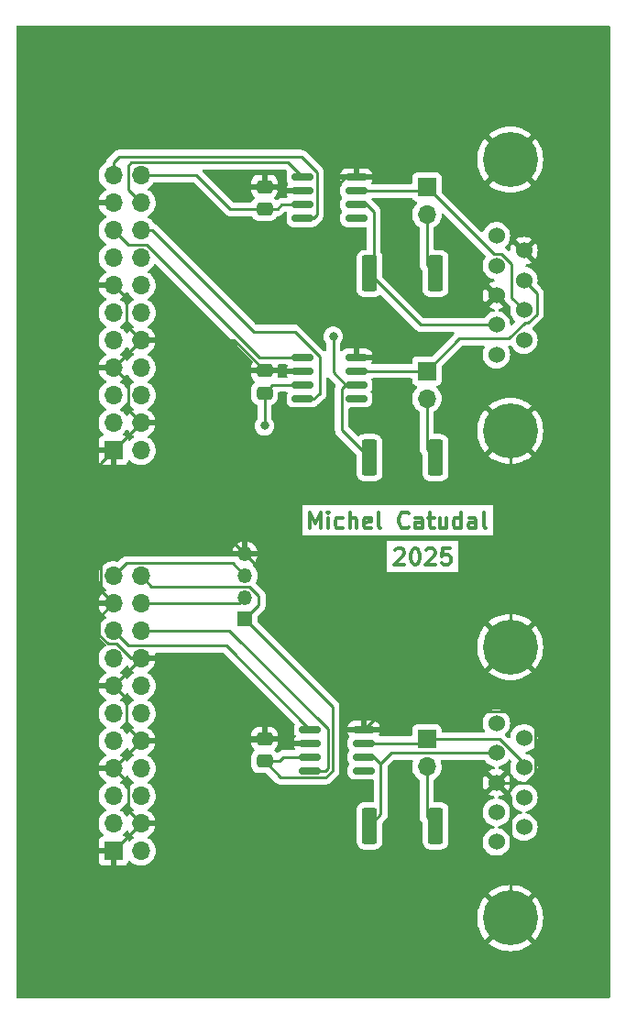
<source format=gtl>
G04 #@! TF.GenerationSoftware,KiCad,Pcbnew,8.0.6*
G04 #@! TF.CreationDate,2024-12-29T09:41:19-05:00*
G04 #@! TF.ProjectId,Beagley-ai-3CAN,42656167-6c65-4792-9d61-692d3343414e,rev?*
G04 #@! TF.SameCoordinates,Original*
G04 #@! TF.FileFunction,Copper,L1,Top*
G04 #@! TF.FilePolarity,Positive*
%FSLAX46Y46*%
G04 Gerber Fmt 4.6, Leading zero omitted, Abs format (unit mm)*
G04 Created by KiCad (PCBNEW 8.0.6) date 2024-12-29 09:41:19*
%MOMM*%
%LPD*%
G01*
G04 APERTURE LIST*
G04 Aperture macros list*
%AMRoundRect*
0 Rectangle with rounded corners*
0 $1 Rounding radius*
0 $2 $3 $4 $5 $6 $7 $8 $9 X,Y pos of 4 corners*
0 Add a 4 corners polygon primitive as box body*
4,1,4,$2,$3,$4,$5,$6,$7,$8,$9,$2,$3,0*
0 Add four circle primitives for the rounded corners*
1,1,$1+$1,$2,$3*
1,1,$1+$1,$4,$5*
1,1,$1+$1,$6,$7*
1,1,$1+$1,$8,$9*
0 Add four rect primitives between the rounded corners*
20,1,$1+$1,$2,$3,$4,$5,0*
20,1,$1+$1,$4,$5,$6,$7,0*
20,1,$1+$1,$6,$7,$8,$9,0*
20,1,$1+$1,$8,$9,$2,$3,0*%
G04 Aperture macros list end*
%ADD10C,0.300000*%
G04 #@! TA.AperFunction,NonConductor*
%ADD11C,0.300000*%
G04 #@! TD*
G04 #@! TA.AperFunction,SMDPad,CuDef*
%ADD12RoundRect,0.250000X0.475000X-0.337500X0.475000X0.337500X-0.475000X0.337500X-0.475000X-0.337500X0*%
G04 #@! TD*
G04 #@! TA.AperFunction,SMDPad,CuDef*
%ADD13RoundRect,0.249999X0.450001X1.425001X-0.450001X1.425001X-0.450001X-1.425001X0.450001X-1.425001X0*%
G04 #@! TD*
G04 #@! TA.AperFunction,ComponentPad*
%ADD14R,1.700000X1.700000*%
G04 #@! TD*
G04 #@! TA.AperFunction,ComponentPad*
%ADD15O,1.700000X1.700000*%
G04 #@! TD*
G04 #@! TA.AperFunction,SMDPad,CuDef*
%ADD16RoundRect,0.150000X-0.825000X-0.150000X0.825000X-0.150000X0.825000X0.150000X-0.825000X0.150000X0*%
G04 #@! TD*
G04 #@! TA.AperFunction,ComponentPad*
%ADD17R,1.350000X1.350000*%
G04 #@! TD*
G04 #@! TA.AperFunction,ComponentPad*
%ADD18O,1.350000X1.350000*%
G04 #@! TD*
G04 #@! TA.AperFunction,ComponentPad*
%ADD19C,1.524000*%
G04 #@! TD*
G04 #@! TA.AperFunction,ComponentPad*
%ADD20C,5.080000*%
G04 #@! TD*
G04 #@! TA.AperFunction,ViaPad*
%ADD21C,0.800000*%
G04 #@! TD*
G04 #@! TA.AperFunction,Conductor*
%ADD22C,0.250000*%
G04 #@! TD*
G04 APERTURE END LIST*
D10*
D11*
X152178571Y-96528328D02*
X152178571Y-95028328D01*
X152178571Y-95028328D02*
X152678571Y-96099757D01*
X152678571Y-96099757D02*
X153178571Y-95028328D01*
X153178571Y-95028328D02*
X153178571Y-96528328D01*
X153892857Y-96528328D02*
X153892857Y-95528328D01*
X153892857Y-95028328D02*
X153821429Y-95099757D01*
X153821429Y-95099757D02*
X153892857Y-95171185D01*
X153892857Y-95171185D02*
X153964286Y-95099757D01*
X153964286Y-95099757D02*
X153892857Y-95028328D01*
X153892857Y-95028328D02*
X153892857Y-95171185D01*
X155250001Y-96456900D02*
X155107143Y-96528328D01*
X155107143Y-96528328D02*
X154821429Y-96528328D01*
X154821429Y-96528328D02*
X154678572Y-96456900D01*
X154678572Y-96456900D02*
X154607143Y-96385471D01*
X154607143Y-96385471D02*
X154535715Y-96242614D01*
X154535715Y-96242614D02*
X154535715Y-95814042D01*
X154535715Y-95814042D02*
X154607143Y-95671185D01*
X154607143Y-95671185D02*
X154678572Y-95599757D01*
X154678572Y-95599757D02*
X154821429Y-95528328D01*
X154821429Y-95528328D02*
X155107143Y-95528328D01*
X155107143Y-95528328D02*
X155250001Y-95599757D01*
X155892857Y-96528328D02*
X155892857Y-95028328D01*
X156535715Y-96528328D02*
X156535715Y-95742614D01*
X156535715Y-95742614D02*
X156464286Y-95599757D01*
X156464286Y-95599757D02*
X156321429Y-95528328D01*
X156321429Y-95528328D02*
X156107143Y-95528328D01*
X156107143Y-95528328D02*
X155964286Y-95599757D01*
X155964286Y-95599757D02*
X155892857Y-95671185D01*
X157821429Y-96456900D02*
X157678572Y-96528328D01*
X157678572Y-96528328D02*
X157392858Y-96528328D01*
X157392858Y-96528328D02*
X157250000Y-96456900D01*
X157250000Y-96456900D02*
X157178572Y-96314042D01*
X157178572Y-96314042D02*
X157178572Y-95742614D01*
X157178572Y-95742614D02*
X157250000Y-95599757D01*
X157250000Y-95599757D02*
X157392858Y-95528328D01*
X157392858Y-95528328D02*
X157678572Y-95528328D01*
X157678572Y-95528328D02*
X157821429Y-95599757D01*
X157821429Y-95599757D02*
X157892858Y-95742614D01*
X157892858Y-95742614D02*
X157892858Y-95885471D01*
X157892858Y-95885471D02*
X157178572Y-96028328D01*
X158750000Y-96528328D02*
X158607143Y-96456900D01*
X158607143Y-96456900D02*
X158535714Y-96314042D01*
X158535714Y-96314042D02*
X158535714Y-95028328D01*
X161321428Y-96385471D02*
X161250000Y-96456900D01*
X161250000Y-96456900D02*
X161035714Y-96528328D01*
X161035714Y-96528328D02*
X160892857Y-96528328D01*
X160892857Y-96528328D02*
X160678571Y-96456900D01*
X160678571Y-96456900D02*
X160535714Y-96314042D01*
X160535714Y-96314042D02*
X160464285Y-96171185D01*
X160464285Y-96171185D02*
X160392857Y-95885471D01*
X160392857Y-95885471D02*
X160392857Y-95671185D01*
X160392857Y-95671185D02*
X160464285Y-95385471D01*
X160464285Y-95385471D02*
X160535714Y-95242614D01*
X160535714Y-95242614D02*
X160678571Y-95099757D01*
X160678571Y-95099757D02*
X160892857Y-95028328D01*
X160892857Y-95028328D02*
X161035714Y-95028328D01*
X161035714Y-95028328D02*
X161250000Y-95099757D01*
X161250000Y-95099757D02*
X161321428Y-95171185D01*
X162607143Y-96528328D02*
X162607143Y-95742614D01*
X162607143Y-95742614D02*
X162535714Y-95599757D01*
X162535714Y-95599757D02*
X162392857Y-95528328D01*
X162392857Y-95528328D02*
X162107143Y-95528328D01*
X162107143Y-95528328D02*
X161964285Y-95599757D01*
X162607143Y-96456900D02*
X162464285Y-96528328D01*
X162464285Y-96528328D02*
X162107143Y-96528328D01*
X162107143Y-96528328D02*
X161964285Y-96456900D01*
X161964285Y-96456900D02*
X161892857Y-96314042D01*
X161892857Y-96314042D02*
X161892857Y-96171185D01*
X161892857Y-96171185D02*
X161964285Y-96028328D01*
X161964285Y-96028328D02*
X162107143Y-95956900D01*
X162107143Y-95956900D02*
X162464285Y-95956900D01*
X162464285Y-95956900D02*
X162607143Y-95885471D01*
X163107143Y-95528328D02*
X163678571Y-95528328D01*
X163321428Y-95028328D02*
X163321428Y-96314042D01*
X163321428Y-96314042D02*
X163392857Y-96456900D01*
X163392857Y-96456900D02*
X163535714Y-96528328D01*
X163535714Y-96528328D02*
X163678571Y-96528328D01*
X164821429Y-95528328D02*
X164821429Y-96528328D01*
X164178571Y-95528328D02*
X164178571Y-96314042D01*
X164178571Y-96314042D02*
X164250000Y-96456900D01*
X164250000Y-96456900D02*
X164392857Y-96528328D01*
X164392857Y-96528328D02*
X164607143Y-96528328D01*
X164607143Y-96528328D02*
X164750000Y-96456900D01*
X164750000Y-96456900D02*
X164821429Y-96385471D01*
X166178572Y-96528328D02*
X166178572Y-95028328D01*
X166178572Y-96456900D02*
X166035714Y-96528328D01*
X166035714Y-96528328D02*
X165750000Y-96528328D01*
X165750000Y-96528328D02*
X165607143Y-96456900D01*
X165607143Y-96456900D02*
X165535714Y-96385471D01*
X165535714Y-96385471D02*
X165464286Y-96242614D01*
X165464286Y-96242614D02*
X165464286Y-95814042D01*
X165464286Y-95814042D02*
X165535714Y-95671185D01*
X165535714Y-95671185D02*
X165607143Y-95599757D01*
X165607143Y-95599757D02*
X165750000Y-95528328D01*
X165750000Y-95528328D02*
X166035714Y-95528328D01*
X166035714Y-95528328D02*
X166178572Y-95599757D01*
X167535715Y-96528328D02*
X167535715Y-95742614D01*
X167535715Y-95742614D02*
X167464286Y-95599757D01*
X167464286Y-95599757D02*
X167321429Y-95528328D01*
X167321429Y-95528328D02*
X167035715Y-95528328D01*
X167035715Y-95528328D02*
X166892857Y-95599757D01*
X167535715Y-96456900D02*
X167392857Y-96528328D01*
X167392857Y-96528328D02*
X167035715Y-96528328D01*
X167035715Y-96528328D02*
X166892857Y-96456900D01*
X166892857Y-96456900D02*
X166821429Y-96314042D01*
X166821429Y-96314042D02*
X166821429Y-96171185D01*
X166821429Y-96171185D02*
X166892857Y-96028328D01*
X166892857Y-96028328D02*
X167035715Y-95956900D01*
X167035715Y-95956900D02*
X167392857Y-95956900D01*
X167392857Y-95956900D02*
X167535715Y-95885471D01*
X168464286Y-96528328D02*
X168321429Y-96456900D01*
X168321429Y-96456900D02*
X168250000Y-96314042D01*
X168250000Y-96314042D02*
X168250000Y-95028328D01*
D10*
D11*
X160078572Y-98521185D02*
X160150000Y-98449757D01*
X160150000Y-98449757D02*
X160292858Y-98378328D01*
X160292858Y-98378328D02*
X160650000Y-98378328D01*
X160650000Y-98378328D02*
X160792858Y-98449757D01*
X160792858Y-98449757D02*
X160864286Y-98521185D01*
X160864286Y-98521185D02*
X160935715Y-98664042D01*
X160935715Y-98664042D02*
X160935715Y-98806900D01*
X160935715Y-98806900D02*
X160864286Y-99021185D01*
X160864286Y-99021185D02*
X160007143Y-99878328D01*
X160007143Y-99878328D02*
X160935715Y-99878328D01*
X161864286Y-98378328D02*
X162007143Y-98378328D01*
X162007143Y-98378328D02*
X162150000Y-98449757D01*
X162150000Y-98449757D02*
X162221429Y-98521185D01*
X162221429Y-98521185D02*
X162292857Y-98664042D01*
X162292857Y-98664042D02*
X162364286Y-98949757D01*
X162364286Y-98949757D02*
X162364286Y-99306900D01*
X162364286Y-99306900D02*
X162292857Y-99592614D01*
X162292857Y-99592614D02*
X162221429Y-99735471D01*
X162221429Y-99735471D02*
X162150000Y-99806900D01*
X162150000Y-99806900D02*
X162007143Y-99878328D01*
X162007143Y-99878328D02*
X161864286Y-99878328D01*
X161864286Y-99878328D02*
X161721429Y-99806900D01*
X161721429Y-99806900D02*
X161650000Y-99735471D01*
X161650000Y-99735471D02*
X161578571Y-99592614D01*
X161578571Y-99592614D02*
X161507143Y-99306900D01*
X161507143Y-99306900D02*
X161507143Y-98949757D01*
X161507143Y-98949757D02*
X161578571Y-98664042D01*
X161578571Y-98664042D02*
X161650000Y-98521185D01*
X161650000Y-98521185D02*
X161721429Y-98449757D01*
X161721429Y-98449757D02*
X161864286Y-98378328D01*
X162935714Y-98521185D02*
X163007142Y-98449757D01*
X163007142Y-98449757D02*
X163150000Y-98378328D01*
X163150000Y-98378328D02*
X163507142Y-98378328D01*
X163507142Y-98378328D02*
X163650000Y-98449757D01*
X163650000Y-98449757D02*
X163721428Y-98521185D01*
X163721428Y-98521185D02*
X163792857Y-98664042D01*
X163792857Y-98664042D02*
X163792857Y-98806900D01*
X163792857Y-98806900D02*
X163721428Y-99021185D01*
X163721428Y-99021185D02*
X162864285Y-99878328D01*
X162864285Y-99878328D02*
X163792857Y-99878328D01*
X165149999Y-98378328D02*
X164435713Y-98378328D01*
X164435713Y-98378328D02*
X164364285Y-99092614D01*
X164364285Y-99092614D02*
X164435713Y-99021185D01*
X164435713Y-99021185D02*
X164578571Y-98949757D01*
X164578571Y-98949757D02*
X164935713Y-98949757D01*
X164935713Y-98949757D02*
X165078571Y-99021185D01*
X165078571Y-99021185D02*
X165149999Y-99092614D01*
X165149999Y-99092614D02*
X165221428Y-99235471D01*
X165221428Y-99235471D02*
X165221428Y-99592614D01*
X165221428Y-99592614D02*
X165149999Y-99735471D01*
X165149999Y-99735471D02*
X165078571Y-99806900D01*
X165078571Y-99806900D02*
X164935713Y-99878328D01*
X164935713Y-99878328D02*
X164578571Y-99878328D01*
X164578571Y-99878328D02*
X164435713Y-99806900D01*
X164435713Y-99806900D02*
X164364285Y-99735471D01*
D12*
X148000000Y-67037500D03*
X148000000Y-64962500D03*
D13*
X163800000Y-73000000D03*
X157700000Y-73000000D03*
D12*
X148000000Y-118037500D03*
X148000000Y-115962500D03*
D14*
X134040000Y-89320000D03*
D15*
X136580000Y-89320000D03*
X134040000Y-86780000D03*
X136580000Y-86780000D03*
X134040000Y-84240000D03*
X136580000Y-84240000D03*
X134040000Y-81700000D03*
X136580000Y-81700000D03*
X134040000Y-79160000D03*
X136580000Y-79160000D03*
X134040000Y-76620000D03*
X136580000Y-76620000D03*
X134040000Y-74080000D03*
X136580000Y-74080000D03*
X134040000Y-71540000D03*
X136580000Y-71540000D03*
X134040000Y-69000000D03*
X136580000Y-69000000D03*
X134040000Y-66460000D03*
X136580000Y-66460000D03*
X134040000Y-63920000D03*
X136580000Y-63920000D03*
D14*
X134040000Y-126320000D03*
D15*
X136580000Y-126320000D03*
X134040000Y-123780000D03*
X136580000Y-123780000D03*
X134040000Y-121240000D03*
X136580000Y-121240000D03*
X134040000Y-118700000D03*
X136580000Y-118700000D03*
X134040000Y-116160000D03*
X136580000Y-116160000D03*
X134040000Y-113620000D03*
X136580000Y-113620000D03*
X134040000Y-111080000D03*
X136580000Y-111080000D03*
X134040000Y-108540000D03*
X136580000Y-108540000D03*
X134040000Y-106000000D03*
X136580000Y-106000000D03*
X134040000Y-103460000D03*
X136580000Y-103460000D03*
X134040000Y-100920000D03*
X136580000Y-100920000D03*
D16*
X151525000Y-80745000D03*
X151525000Y-82015000D03*
X151525000Y-83285000D03*
X151525000Y-84555000D03*
X156475000Y-84555000D03*
X156475000Y-83285000D03*
X156475000Y-82015000D03*
X156475000Y-80745000D03*
X152225000Y-115095000D03*
X152225000Y-116365000D03*
X152225000Y-117635000D03*
X152225000Y-118905000D03*
X157175000Y-118905000D03*
X157175000Y-117635000D03*
X157175000Y-116365000D03*
X157175000Y-115095000D03*
D14*
X163000000Y-82000000D03*
D15*
X163000000Y-84540000D03*
D13*
X163800000Y-124000000D03*
X157700000Y-124000000D03*
X163800000Y-90000000D03*
X157700000Y-90000000D03*
D17*
X146200000Y-104900000D03*
D18*
X146200000Y-102900000D03*
X146200000Y-100900000D03*
X146200000Y-98900000D03*
D19*
X169430000Y-69513600D03*
X169430000Y-72256800D03*
X169430000Y-75000000D03*
X169430000Y-77743200D03*
X169430000Y-80486400D03*
X171970000Y-70885200D03*
X171970000Y-73628400D03*
X171970000Y-76371600D03*
X171970000Y-79114800D03*
D20*
X170700000Y-62477800D03*
X170700000Y-87522200D03*
D16*
X151525000Y-64095000D03*
X151525000Y-65365000D03*
X151525000Y-66635000D03*
X151525000Y-67905000D03*
X156475000Y-67905000D03*
X156475000Y-66635000D03*
X156475000Y-65365000D03*
X156475000Y-64095000D03*
D19*
X169430000Y-114513600D03*
X169430000Y-117256800D03*
X169430000Y-120000000D03*
X169430000Y-122743200D03*
X169430000Y-125486400D03*
X171970000Y-115885200D03*
X171970000Y-118628400D03*
X171970000Y-121371600D03*
X171970000Y-124114800D03*
D20*
X170700000Y-107477800D03*
X170700000Y-132522200D03*
D14*
X163000000Y-116000000D03*
D15*
X163000000Y-118540000D03*
D14*
X163000000Y-65000000D03*
D15*
X163000000Y-67540000D03*
D12*
X148000000Y-84037500D03*
X148000000Y-81962500D03*
D21*
X154272500Y-65322500D03*
X142800000Y-71540000D03*
X149500000Y-65050000D03*
X148000000Y-87050000D03*
X154350000Y-78800000D03*
D22*
X157175000Y-115095000D02*
X158843400Y-113426600D01*
X154272500Y-65322500D02*
X154272501Y-65322500D01*
X149962500Y-115962500D02*
X150365000Y-116365000D01*
X135215000Y-75255000D02*
X134040000Y-74080000D01*
X135405000Y-122605000D02*
X136580000Y-123780000D01*
X132750000Y-106371701D02*
X132750000Y-104750000D01*
X158843400Y-113426600D02*
X172973400Y-113426600D01*
X146200000Y-98900000D02*
X157175000Y-109875000D01*
X146200000Y-98900000D02*
X144200000Y-96900000D01*
X148000000Y-81962500D02*
X151472500Y-81962500D01*
X136580000Y-116160000D02*
X147802500Y-116160000D01*
X149500000Y-65050000D02*
X149850000Y-65400000D01*
X173057000Y-109834800D02*
X173057000Y-115700000D01*
X157175000Y-109875000D02*
X157175000Y-115095000D01*
X151472500Y-81962500D02*
X151525000Y-82015000D01*
X173057000Y-119078651D02*
X172135651Y-120000000D01*
X134040000Y-118700000D02*
X135405000Y-120065000D01*
X154272500Y-65322501D02*
X154272500Y-65322500D01*
X136580000Y-79160000D02*
X135215000Y-77795000D01*
X170700000Y-121270000D02*
X170700000Y-132522200D01*
X149540908Y-71540000D02*
X149550908Y-71550000D01*
X148000000Y-64962500D02*
X149412500Y-64962500D01*
X173057000Y-115700000D02*
X173057000Y-119078651D01*
X134040000Y-111080000D02*
X136580000Y-108540000D01*
X134040000Y-89320000D02*
X136580000Y-86780000D01*
X135405000Y-120065000D02*
X135405000Y-122605000D01*
X149550908Y-71550000D02*
X153550000Y-71550000D01*
X173000000Y-113400000D02*
X173057000Y-113457000D01*
X154200000Y-65395001D02*
X154272500Y-65322501D01*
X154272501Y-65322500D02*
X155500001Y-64095000D01*
X149412500Y-64962500D02*
X149500000Y-65050000D01*
X132750000Y-104750000D02*
X134040000Y-103460000D01*
X172973400Y-113426600D02*
X173000000Y-113400000D01*
X147802500Y-116160000D02*
X148000000Y-115962500D01*
X154200000Y-70900000D02*
X154200000Y-65395001D01*
X153550000Y-71550000D02*
X154200000Y-70900000D01*
X136580000Y-79160000D02*
X145197500Y-79160000D01*
X133553299Y-107175000D02*
X132750000Y-106371701D01*
X149885000Y-65365000D02*
X151525000Y-65365000D01*
X170700000Y-107477800D02*
X173057000Y-109834800D01*
X136580000Y-86780000D02*
X135405000Y-85605000D01*
X135405000Y-85605000D02*
X135405000Y-83065000D01*
X135215000Y-77795000D02*
X135215000Y-75255000D01*
X134040000Y-118700000D02*
X136580000Y-116160000D01*
X136580000Y-108540000D02*
X135701701Y-108540000D01*
X134336701Y-107175000D02*
X133553299Y-107175000D01*
X135405000Y-83065000D02*
X134040000Y-81700000D01*
X148000000Y-115962500D02*
X149962500Y-115962500D01*
X134040000Y-81700000D02*
X136580000Y-79160000D01*
X170700000Y-87522200D02*
X170700000Y-107477800D01*
X135215000Y-114795000D02*
X136580000Y-116160000D01*
X136580000Y-123780000D02*
X134040000Y-126320000D01*
X149850000Y-65400000D02*
X149885000Y-65365000D01*
X132865000Y-96900000D02*
X132865000Y-90495000D01*
X134040000Y-103460000D02*
X132865000Y-102285000D01*
X135701701Y-108540000D02*
X134336701Y-107175000D01*
X172135651Y-120000000D02*
X169430000Y-120000000D01*
X169430000Y-120000000D02*
X170700000Y-121270000D01*
X150365000Y-116365000D02*
X152225000Y-116365000D01*
X132865000Y-102285000D02*
X132865000Y-96900000D01*
X135215000Y-112255000D02*
X135215000Y-114795000D01*
X142800000Y-71540000D02*
X149540908Y-71540000D01*
X132865000Y-90495000D02*
X134040000Y-89320000D01*
X145197500Y-79160000D02*
X148000000Y-81962500D01*
X144200000Y-96900000D02*
X132865000Y-96900000D01*
X134040000Y-111080000D02*
X135215000Y-112255000D01*
X173057000Y-113457000D02*
X173057000Y-115700000D01*
X155500001Y-64095000D02*
X156475000Y-64095000D01*
X154300000Y-113000000D02*
X154300000Y-118900000D01*
X141720000Y-63920000D02*
X144837500Y-67037500D01*
X136580000Y-63920000D02*
X141720000Y-63920000D01*
X136580000Y-100920000D02*
X137560000Y-101900000D01*
X144837500Y-67037500D02*
X148000000Y-67037500D01*
X149492500Y-119530000D02*
X148000000Y-118037500D01*
X149212500Y-67037500D02*
X149600000Y-66650000D01*
X147450000Y-103650000D02*
X146200000Y-104900000D01*
X149600000Y-66650000D02*
X150050000Y-66650000D01*
X154300000Y-118900000D02*
X153670000Y-119530000D01*
X148000000Y-84037500D02*
X148752500Y-83285000D01*
X148000000Y-67037500D02*
X149212500Y-67037500D01*
X148000000Y-118037500D02*
X149362500Y-118037500D01*
X150065000Y-66635000D02*
X151525000Y-66635000D01*
X150050000Y-66650000D02*
X150065000Y-66635000D01*
X149362500Y-118037500D02*
X149765000Y-117635000D01*
X137560000Y-101900000D02*
X146614214Y-101900000D01*
X153670000Y-119530000D02*
X149492500Y-119530000D01*
X146614214Y-101900000D02*
X147450000Y-102735786D01*
X149765000Y-117635000D02*
X152225000Y-117635000D01*
X147450000Y-102735786D02*
X147450000Y-103650000D01*
X148752500Y-83285000D02*
X151525000Y-83285000D01*
X148000000Y-87050000D02*
X148000000Y-84037500D01*
X146200000Y-104900000D02*
X154300000Y-113000000D01*
X157700000Y-73000000D02*
X162443200Y-77743200D01*
X158100000Y-72600000D02*
X157700000Y-73000000D01*
X158100000Y-67285001D02*
X158100000Y-72600000D01*
X156475000Y-66635000D02*
X157449999Y-66635000D01*
X157449999Y-66635000D02*
X158100000Y-67285001D01*
X162443200Y-77743200D02*
X169430000Y-77743200D01*
X150175000Y-62745000D02*
X151525000Y-64095000D01*
X135405000Y-65285000D02*
X135405000Y-63045000D01*
X135705000Y-62745000D02*
X150175000Y-62745000D01*
X136580000Y-66460000D02*
X135405000Y-65285000D01*
X135405000Y-63045000D02*
X135705000Y-62745000D01*
X153100000Y-84100000D02*
X153000000Y-84100000D01*
X136580000Y-69000000D02*
X137650000Y-69000000D01*
X137650000Y-69000000D02*
X147000000Y-78350000D01*
X147000000Y-78350000D02*
X150800000Y-78350000D01*
X150800000Y-78350000D02*
X153100000Y-80650000D01*
X152545000Y-84555000D02*
X151525000Y-84555000D01*
X153100000Y-80650000D02*
X153100000Y-84100000D01*
X153000000Y-84100000D02*
X152545000Y-84555000D01*
X151400000Y-62200000D02*
X152850000Y-63650000D01*
X134040000Y-63920000D02*
X134040000Y-62717919D01*
X134040000Y-62717919D02*
X134557919Y-62200000D01*
X152850000Y-67554999D02*
X152499999Y-67905000D01*
X152850000Y-63650000D02*
X152850000Y-67554999D01*
X152499999Y-67905000D02*
X151525000Y-67905000D01*
X134557919Y-62200000D02*
X151400000Y-62200000D01*
X137115000Y-70365000D02*
X147495000Y-80745000D01*
X134040000Y-69000000D02*
X135405000Y-70365000D01*
X135405000Y-70365000D02*
X137115000Y-70365000D01*
X147495000Y-80745000D02*
X151525000Y-80745000D01*
X163000000Y-72200000D02*
X163800000Y-73000000D01*
X163000000Y-67540000D02*
X163000000Y-72200000D01*
X155150000Y-83635001D02*
X155150000Y-87450000D01*
X155150000Y-87450000D02*
X157700000Y-90000000D01*
X155500001Y-83285000D02*
X154350000Y-82134999D01*
X156475000Y-83285000D02*
X155500001Y-83285000D01*
X154350000Y-82134999D02*
X154350000Y-78800000D01*
X155500001Y-83285000D02*
X155150000Y-83635001D01*
X163000000Y-65000000D02*
X169169800Y-71169800D01*
X170850000Y-72139549D02*
X170850000Y-75251600D01*
X170850000Y-75251600D02*
X171970000Y-76371600D01*
X156475000Y-65365000D02*
X162635000Y-65365000D01*
X162635000Y-65365000D02*
X163000000Y-65000000D01*
X169169800Y-71169800D02*
X169880251Y-71169800D01*
X169880251Y-71169800D02*
X170850000Y-72139549D01*
X163000000Y-84540000D02*
X163000000Y-89200000D01*
X163000000Y-89200000D02*
X163800000Y-90000000D01*
X158149999Y-117635000D02*
X158750000Y-118235001D01*
X158750000Y-118235001D02*
X159728201Y-117256800D01*
X159728201Y-117256800D02*
X169430000Y-117256800D01*
X157175000Y-117635000D02*
X158149999Y-117635000D01*
X158750000Y-122950000D02*
X157700000Y-124000000D01*
X158750000Y-118235001D02*
X158750000Y-122950000D01*
X134040000Y-100920000D02*
X135215000Y-99745000D01*
X145045000Y-99745000D02*
X146200000Y-100900000D01*
X135215000Y-99745000D02*
X145045000Y-99745000D01*
X136580000Y-103460000D02*
X145640000Y-103460000D01*
X145640000Y-103460000D02*
X146200000Y-102900000D01*
X153850000Y-115069092D02*
X153850000Y-118650000D01*
X153595000Y-118905000D02*
X152225000Y-118905000D01*
X136580000Y-106000000D02*
X144780908Y-106000000D01*
X144780908Y-106000000D02*
X153850000Y-115069092D01*
X153850000Y-118650000D02*
X153595000Y-118905000D01*
X135405000Y-107365000D02*
X144495000Y-107365000D01*
X134040000Y-106000000D02*
X135405000Y-107365000D01*
X144495000Y-107365000D02*
X152225000Y-115095000D01*
X172378851Y-77500000D02*
X173150000Y-76728851D01*
X172047549Y-77500000D02*
X172378851Y-77500000D01*
X173150000Y-74808400D02*
X171970000Y-73628400D01*
X162985000Y-82015000D02*
X163000000Y-82000000D01*
X170550000Y-78997549D02*
X172047549Y-77500000D01*
X163000000Y-82000000D02*
X166002451Y-78997549D01*
X166002451Y-78997549D02*
X170550000Y-78997549D01*
X156475000Y-82015000D02*
X162985000Y-82015000D01*
X173150000Y-76728851D02*
X173150000Y-74808400D01*
X163000000Y-123200000D02*
X163800000Y-124000000D01*
X163000000Y-118540000D02*
X163000000Y-123200000D01*
X157175000Y-116365000D02*
X162635000Y-116365000D01*
X162635000Y-116365000D02*
X163000000Y-116000000D01*
X171970000Y-118259549D02*
X171970000Y-118628400D01*
X163000000Y-116000000D02*
X169710451Y-116000000D01*
X169710451Y-116000000D02*
X171970000Y-118259549D01*
G04 #@! TA.AperFunction,Conductor*
G36*
X135393524Y-124455212D02*
G01*
X135415782Y-124480898D01*
X135504674Y-124616958D01*
X135657097Y-124782534D01*
X135834698Y-124920767D01*
X135834704Y-124920771D01*
X135868207Y-124938902D01*
X135918597Y-124988915D01*
X135933949Y-125058232D01*
X135909388Y-125124845D01*
X135868207Y-125160528D01*
X135834430Y-125178807D01*
X135834424Y-125178811D01*
X135656759Y-125317094D01*
X135595374Y-125383775D01*
X135534521Y-125420346D01*
X135463557Y-125418211D01*
X135405012Y-125378049D01*
X135384618Y-125342470D01*
X135340443Y-125224033D01*
X135252904Y-125107095D01*
X135135966Y-125019556D01*
X135020826Y-124976611D01*
X134963991Y-124934064D01*
X134939180Y-124867543D01*
X134954272Y-124798169D01*
X134972154Y-124773222D01*
X135115722Y-124617268D01*
X135204816Y-124480898D01*
X135258819Y-124434810D01*
X135329167Y-124425235D01*
X135393524Y-124455212D01*
G37*
G04 #@! TD.AperFunction*
G04 #@! TA.AperFunction,Conductor*
G36*
X135393225Y-121915669D02*
G01*
X135415480Y-121941353D01*
X135438097Y-121975970D01*
X135504275Y-122077265D01*
X135504279Y-122077270D01*
X135656762Y-122242908D01*
X135668779Y-122252261D01*
X135834424Y-122381189D01*
X135868205Y-122399470D01*
X135918596Y-122449482D01*
X135933949Y-122518799D01*
X135909389Y-122585412D01*
X135868209Y-122621096D01*
X135834704Y-122639228D01*
X135834698Y-122639232D01*
X135657097Y-122777465D01*
X135504670Y-122943045D01*
X135415780Y-123079101D01*
X135361776Y-123125189D01*
X135291428Y-123134764D01*
X135227071Y-123104786D01*
X135204816Y-123079101D01*
X135159874Y-123010311D01*
X135115724Y-122942734D01*
X135115720Y-122942729D01*
X134999570Y-122816559D01*
X134963240Y-122777094D01*
X134963239Y-122777093D01*
X134963237Y-122777091D01*
X134810801Y-122658445D01*
X134785576Y-122638811D01*
X134752319Y-122620813D01*
X134701929Y-122570802D01*
X134686576Y-122501485D01*
X134711136Y-122434872D01*
X134752320Y-122399186D01*
X134785576Y-122381189D01*
X134963240Y-122242906D01*
X135115722Y-122077268D01*
X135204518Y-121941354D01*
X135258520Y-121895268D01*
X135328868Y-121885692D01*
X135393225Y-121915669D01*
G37*
G04 #@! TD.AperFunction*
G04 #@! TA.AperFunction,Conductor*
G36*
X135392925Y-119375212D02*
G01*
X135415183Y-119400898D01*
X135504279Y-119537270D01*
X135656762Y-119702908D01*
X135670371Y-119713500D01*
X135834424Y-119841189D01*
X135867153Y-119858901D01*
X135867680Y-119859186D01*
X135918071Y-119909200D01*
X135933423Y-119978516D01*
X135908862Y-120045129D01*
X135867680Y-120080813D01*
X135834426Y-120098810D01*
X135834424Y-120098811D01*
X135656762Y-120237091D01*
X135504279Y-120402729D01*
X135415483Y-120538643D01*
X135361479Y-120584731D01*
X135291131Y-120594306D01*
X135226774Y-120564329D01*
X135204517Y-120538643D01*
X135115720Y-120402729D01*
X134963237Y-120237091D01*
X134837408Y-120139154D01*
X134785576Y-120098811D01*
X134751792Y-120080528D01*
X134701402Y-120030516D01*
X134686050Y-119961199D01*
X134710610Y-119894586D01*
X134751793Y-119858901D01*
X134785300Y-119840767D01*
X134785301Y-119840767D01*
X134962902Y-119702534D01*
X135115327Y-119536955D01*
X135204217Y-119400899D01*
X135258220Y-119354810D01*
X135328568Y-119345235D01*
X135392925Y-119375212D01*
G37*
G04 #@! TD.AperFunction*
G04 #@! TA.AperFunction,Conductor*
G36*
X135393524Y-116835212D02*
G01*
X135415782Y-116860898D01*
X135504674Y-116996958D01*
X135657097Y-117162534D01*
X135834698Y-117300767D01*
X135834704Y-117300771D01*
X135868207Y-117318902D01*
X135918597Y-117368915D01*
X135933949Y-117438232D01*
X135909388Y-117504845D01*
X135868207Y-117540528D01*
X135834430Y-117558807D01*
X135834424Y-117558811D01*
X135656762Y-117697091D01*
X135504279Y-117862729D01*
X135415183Y-117999101D01*
X135361179Y-118045189D01*
X135290831Y-118054764D01*
X135226474Y-118024786D01*
X135204217Y-117999100D01*
X135115327Y-117863044D01*
X134962902Y-117697465D01*
X134785301Y-117559232D01*
X134785300Y-117559231D01*
X134751791Y-117541097D01*
X134701401Y-117491083D01*
X134686050Y-117421766D01*
X134710612Y-117355153D01*
X134751790Y-117319472D01*
X134785576Y-117301189D01*
X134963240Y-117162906D01*
X135115722Y-116997268D01*
X135204816Y-116860898D01*
X135258819Y-116814810D01*
X135329167Y-116805235D01*
X135393524Y-116835212D01*
G37*
G04 #@! TD.AperFunction*
G04 #@! TA.AperFunction,Conductor*
G36*
X135393225Y-114295669D02*
G01*
X135415480Y-114321353D01*
X135425258Y-114336318D01*
X135504275Y-114457265D01*
X135504279Y-114457270D01*
X135656762Y-114622908D01*
X135711331Y-114665381D01*
X135834424Y-114761189D01*
X135868205Y-114779470D01*
X135918596Y-114829482D01*
X135933949Y-114898799D01*
X135909389Y-114965412D01*
X135868209Y-115001096D01*
X135834704Y-115019228D01*
X135834698Y-115019232D01*
X135657097Y-115157465D01*
X135504670Y-115323045D01*
X135415780Y-115459101D01*
X135361776Y-115505189D01*
X135291428Y-115514764D01*
X135227071Y-115484786D01*
X135204816Y-115459101D01*
X135144317Y-115366500D01*
X135115724Y-115322734D01*
X135115720Y-115322729D01*
X134999570Y-115196559D01*
X134963240Y-115157094D01*
X134963239Y-115157093D01*
X134963237Y-115157091D01*
X134845453Y-115065416D01*
X134785576Y-115018811D01*
X134752319Y-115000813D01*
X134701929Y-114950802D01*
X134686576Y-114881485D01*
X134711136Y-114814872D01*
X134752320Y-114779186D01*
X134785576Y-114761189D01*
X134963240Y-114622906D01*
X135115722Y-114457268D01*
X135204518Y-114321354D01*
X135258520Y-114275268D01*
X135328868Y-114265692D01*
X135393225Y-114295669D01*
G37*
G04 #@! TD.AperFunction*
G04 #@! TA.AperFunction,Conductor*
G36*
X135392925Y-111755212D02*
G01*
X135415183Y-111780898D01*
X135504279Y-111917270D01*
X135656762Y-112082908D01*
X135711331Y-112125381D01*
X135834424Y-112221189D01*
X135867153Y-112238901D01*
X135867680Y-112239186D01*
X135918071Y-112289200D01*
X135933423Y-112358516D01*
X135908862Y-112425129D01*
X135867680Y-112460813D01*
X135834426Y-112478810D01*
X135834424Y-112478811D01*
X135656762Y-112617091D01*
X135504279Y-112782729D01*
X135415483Y-112918643D01*
X135361479Y-112964731D01*
X135291131Y-112974306D01*
X135226774Y-112944329D01*
X135204517Y-112918643D01*
X135115720Y-112782729D01*
X134963237Y-112617091D01*
X134822986Y-112507929D01*
X134785576Y-112478811D01*
X134751792Y-112460528D01*
X134701402Y-112410516D01*
X134686050Y-112341199D01*
X134710610Y-112274586D01*
X134751793Y-112238901D01*
X134785300Y-112220767D01*
X134785301Y-112220767D01*
X134962902Y-112082534D01*
X135115327Y-111916955D01*
X135204217Y-111780899D01*
X135258220Y-111734810D01*
X135328568Y-111725235D01*
X135392925Y-111755212D01*
G37*
G04 #@! TD.AperFunction*
G04 #@! TA.AperFunction,Conductor*
G36*
X135393524Y-109215212D02*
G01*
X135415782Y-109240898D01*
X135504674Y-109376958D01*
X135657097Y-109542534D01*
X135834698Y-109680767D01*
X135834704Y-109680771D01*
X135868207Y-109698902D01*
X135918597Y-109748915D01*
X135933949Y-109818232D01*
X135909388Y-109884845D01*
X135868207Y-109920528D01*
X135834430Y-109938807D01*
X135834424Y-109938811D01*
X135656762Y-110077091D01*
X135504279Y-110242729D01*
X135415183Y-110379101D01*
X135361179Y-110425189D01*
X135290831Y-110434764D01*
X135226474Y-110404786D01*
X135204217Y-110379100D01*
X135115327Y-110243044D01*
X134962902Y-110077465D01*
X134785301Y-109939232D01*
X134785300Y-109939231D01*
X134751791Y-109921097D01*
X134701401Y-109871083D01*
X134686050Y-109801766D01*
X134710612Y-109735153D01*
X134751790Y-109699472D01*
X134785576Y-109681189D01*
X134963240Y-109542906D01*
X135115722Y-109377268D01*
X135204816Y-109240898D01*
X135258819Y-109194810D01*
X135329167Y-109185235D01*
X135393524Y-109215212D01*
G37*
G04 #@! TD.AperFunction*
G04 #@! TA.AperFunction,Conductor*
G36*
X135393524Y-87455212D02*
G01*
X135415782Y-87480898D01*
X135504674Y-87616958D01*
X135657097Y-87782534D01*
X135834698Y-87920767D01*
X135834704Y-87920771D01*
X135868207Y-87938902D01*
X135918597Y-87988915D01*
X135933949Y-88058232D01*
X135909388Y-88124845D01*
X135868207Y-88160528D01*
X135834430Y-88178807D01*
X135834424Y-88178811D01*
X135656759Y-88317094D01*
X135595374Y-88383775D01*
X135534521Y-88420346D01*
X135463557Y-88418211D01*
X135405012Y-88378049D01*
X135384618Y-88342470D01*
X135340443Y-88224033D01*
X135252904Y-88107095D01*
X135135966Y-88019556D01*
X135020826Y-87976611D01*
X134963991Y-87934064D01*
X134939180Y-87867543D01*
X134954272Y-87798169D01*
X134972154Y-87773222D01*
X135115722Y-87617268D01*
X135204816Y-87480898D01*
X135258819Y-87434810D01*
X135329167Y-87425235D01*
X135393524Y-87455212D01*
G37*
G04 #@! TD.AperFunction*
G04 #@! TA.AperFunction,Conductor*
G36*
X135393225Y-84915669D02*
G01*
X135415480Y-84941353D01*
X135442436Y-84982612D01*
X135504275Y-85077265D01*
X135504279Y-85077270D01*
X135656762Y-85242908D01*
X135711331Y-85285381D01*
X135834424Y-85381189D01*
X135868205Y-85399470D01*
X135918596Y-85449482D01*
X135933949Y-85518799D01*
X135909389Y-85585412D01*
X135868209Y-85621096D01*
X135834704Y-85639228D01*
X135834698Y-85639232D01*
X135657097Y-85777465D01*
X135504670Y-85943045D01*
X135415780Y-86079101D01*
X135361776Y-86125189D01*
X135291428Y-86134764D01*
X135227071Y-86104786D01*
X135204816Y-86079101D01*
X135148014Y-85992158D01*
X135115724Y-85942734D01*
X135115720Y-85942729D01*
X134999570Y-85816559D01*
X134963240Y-85777094D01*
X134963239Y-85777093D01*
X134963237Y-85777091D01*
X134872034Y-85706105D01*
X134785576Y-85638811D01*
X134752319Y-85620813D01*
X134701929Y-85570802D01*
X134686576Y-85501485D01*
X134711136Y-85434872D01*
X134752320Y-85399186D01*
X134785576Y-85381189D01*
X134963240Y-85242906D01*
X135115722Y-85077268D01*
X135204518Y-84941354D01*
X135258520Y-84895268D01*
X135328868Y-84885692D01*
X135393225Y-84915669D01*
G37*
G04 #@! TD.AperFunction*
G04 #@! TA.AperFunction,Conductor*
G36*
X135392925Y-82375212D02*
G01*
X135415183Y-82400898D01*
X135504279Y-82537270D01*
X135656762Y-82702908D01*
X135683346Y-82723599D01*
X135834424Y-82841189D01*
X135867153Y-82858901D01*
X135867680Y-82859186D01*
X135918071Y-82909200D01*
X135933423Y-82978516D01*
X135908862Y-83045129D01*
X135867680Y-83080813D01*
X135834426Y-83098810D01*
X135834424Y-83098811D01*
X135656762Y-83237091D01*
X135504279Y-83402729D01*
X135415483Y-83538643D01*
X135361479Y-83584731D01*
X135291131Y-83594306D01*
X135226774Y-83564329D01*
X135204517Y-83538643D01*
X135146740Y-83450208D01*
X135115722Y-83402732D01*
X135115721Y-83402731D01*
X135115720Y-83402729D01*
X134963237Y-83237091D01*
X134881382Y-83173381D01*
X134785576Y-83098811D01*
X134751792Y-83080528D01*
X134701402Y-83030516D01*
X134686050Y-82961199D01*
X134710610Y-82894586D01*
X134751793Y-82858901D01*
X134785300Y-82840767D01*
X134785301Y-82840767D01*
X134962902Y-82702534D01*
X135115327Y-82536955D01*
X135204217Y-82400899D01*
X135258220Y-82354810D01*
X135328568Y-82345235D01*
X135392925Y-82375212D01*
G37*
G04 #@! TD.AperFunction*
G04 #@! TA.AperFunction,Conductor*
G36*
X135393524Y-79835212D02*
G01*
X135415782Y-79860898D01*
X135504674Y-79996958D01*
X135657097Y-80162534D01*
X135834698Y-80300767D01*
X135834704Y-80300771D01*
X135868207Y-80318902D01*
X135918597Y-80368915D01*
X135933949Y-80438232D01*
X135909388Y-80504845D01*
X135868207Y-80540528D01*
X135834430Y-80558807D01*
X135834424Y-80558811D01*
X135656762Y-80697091D01*
X135504279Y-80862729D01*
X135415183Y-80999101D01*
X135361179Y-81045189D01*
X135290831Y-81054764D01*
X135226474Y-81024786D01*
X135204217Y-80999100D01*
X135115327Y-80863044D01*
X134962902Y-80697465D01*
X134785301Y-80559232D01*
X134785300Y-80559231D01*
X134751791Y-80541097D01*
X134701401Y-80491083D01*
X134686050Y-80421766D01*
X134710612Y-80355153D01*
X134751790Y-80319472D01*
X134785576Y-80301189D01*
X134963240Y-80162906D01*
X135115722Y-79997268D01*
X135204816Y-79860898D01*
X135258819Y-79814810D01*
X135329167Y-79805235D01*
X135393524Y-79835212D01*
G37*
G04 #@! TD.AperFunction*
G04 #@! TA.AperFunction,Conductor*
G36*
X135393225Y-77295669D02*
G01*
X135415480Y-77321353D01*
X135433267Y-77348577D01*
X135504275Y-77457265D01*
X135504279Y-77457270D01*
X135656762Y-77622908D01*
X135705410Y-77660772D01*
X135834424Y-77761189D01*
X135868205Y-77779470D01*
X135918596Y-77829482D01*
X135933949Y-77898799D01*
X135909389Y-77965412D01*
X135868209Y-78001096D01*
X135834704Y-78019228D01*
X135834698Y-78019232D01*
X135657097Y-78157465D01*
X135504670Y-78323045D01*
X135415780Y-78459101D01*
X135361776Y-78505189D01*
X135291428Y-78514764D01*
X135227071Y-78484786D01*
X135204816Y-78459101D01*
X135150981Y-78376700D01*
X135115724Y-78322734D01*
X135115720Y-78322729D01*
X134999570Y-78196559D01*
X134963240Y-78157094D01*
X134963239Y-78157093D01*
X134963237Y-78157091D01*
X134874702Y-78088181D01*
X134785576Y-78018811D01*
X134752319Y-78000813D01*
X134701929Y-77950802D01*
X134686576Y-77881485D01*
X134711136Y-77814872D01*
X134752320Y-77779186D01*
X134785576Y-77761189D01*
X134963240Y-77622906D01*
X135115722Y-77457268D01*
X135204518Y-77321354D01*
X135258520Y-77275268D01*
X135328868Y-77265692D01*
X135393225Y-77295669D01*
G37*
G04 #@! TD.AperFunction*
G04 #@! TA.AperFunction,Conductor*
G36*
X170233904Y-75444694D02*
G01*
X170261217Y-75485570D01*
X170288597Y-75551669D01*
X170288599Y-75551674D01*
X170288600Y-75551675D01*
X170357929Y-75655433D01*
X170357931Y-75655435D01*
X170691874Y-75989378D01*
X170725900Y-76051690D01*
X170724486Y-76111081D01*
X170714023Y-76150131D01*
X170714022Y-76150136D01*
X170714022Y-76150137D01*
X170694647Y-76371600D01*
X170714022Y-76593063D01*
X170760273Y-76765674D01*
X170771559Y-76807793D01*
X170771561Y-76807799D01*
X170865511Y-77009275D01*
X170865512Y-77009277D01*
X170993016Y-77191372D01*
X170993020Y-77191377D01*
X170993023Y-77191381D01*
X171067334Y-77265692D01*
X171137548Y-77335906D01*
X171171573Y-77398218D01*
X171166508Y-77469034D01*
X171137547Y-77514096D01*
X170912757Y-77738886D01*
X170850445Y-77772912D01*
X170779630Y-77767847D01*
X170722794Y-77725300D01*
X170698141Y-77660774D01*
X170685978Y-77521737D01*
X170628440Y-77307004D01*
X170534488Y-77105524D01*
X170406977Y-76923419D01*
X170249781Y-76766223D01*
X170249777Y-76766220D01*
X170249772Y-76766216D01*
X170067677Y-76638712D01*
X170067675Y-76638711D01*
X169866199Y-76544761D01*
X169866196Y-76544760D01*
X169673200Y-76493046D01*
X169612579Y-76456095D01*
X169581557Y-76392234D01*
X169589986Y-76321740D01*
X169635189Y-76266993D01*
X169673203Y-76249633D01*
X169866020Y-76197969D01*
X169866027Y-76197966D01*
X170067425Y-76104053D01*
X170067426Y-76104052D01*
X170130603Y-76059814D01*
X170130603Y-76059812D01*
X169561481Y-75490690D01*
X169626081Y-75473381D01*
X169741920Y-75406502D01*
X169836502Y-75311920D01*
X169903381Y-75196081D01*
X169920690Y-75131480D01*
X170233904Y-75444694D01*
G37*
G04 #@! TD.AperFunction*
G04 #@! TA.AperFunction,Conductor*
G36*
X161643307Y-66018502D02*
G01*
X161689800Y-66072158D01*
X161693241Y-66080466D01*
X161699111Y-66096204D01*
X161699112Y-66096207D01*
X161786738Y-66213261D01*
X161903791Y-66300886D01*
X161903792Y-66300886D01*
X161903796Y-66300889D01*
X162018810Y-66343787D01*
X162075642Y-66386332D01*
X162100453Y-66452852D01*
X162085362Y-66522226D01*
X162067475Y-66547179D01*
X161924280Y-66702729D01*
X161924275Y-66702734D01*
X161801141Y-66891206D01*
X161710703Y-67097386D01*
X161710702Y-67097387D01*
X161655437Y-67315624D01*
X161655436Y-67315630D01*
X161655436Y-67315632D01*
X161636844Y-67540000D01*
X161653270Y-67738232D01*
X161655437Y-67764375D01*
X161710702Y-67982612D01*
X161710703Y-67982613D01*
X161710704Y-67982616D01*
X161801140Y-68188791D01*
X161801141Y-68188793D01*
X161924275Y-68377265D01*
X161924279Y-68377270D01*
X162076762Y-68542908D01*
X162165592Y-68612047D01*
X162254424Y-68681189D01*
X162300471Y-68706108D01*
X162350859Y-68756118D01*
X162366500Y-68816920D01*
X162366500Y-72262396D01*
X162376185Y-72311086D01*
X162390845Y-72384785D01*
X162438600Y-72500075D01*
X162507929Y-72603833D01*
X162507931Y-72603835D01*
X162554595Y-72650499D01*
X162588621Y-72712811D01*
X162591500Y-72739594D01*
X162591500Y-74475554D01*
X162591499Y-74475554D01*
X162602112Y-74579421D01*
X162602113Y-74579428D01*
X162616754Y-74623612D01*
X162657885Y-74747739D01*
X162742166Y-74884378D01*
X162750970Y-74898652D01*
X162750975Y-74898658D01*
X162876341Y-75024024D01*
X162876347Y-75024029D01*
X162876348Y-75024030D01*
X163027261Y-75117115D01*
X163195573Y-75172887D01*
X163235527Y-75176968D01*
X163299446Y-75183500D01*
X163299454Y-75183500D01*
X164300554Y-75183500D01*
X164359906Y-75177435D01*
X164404427Y-75172887D01*
X164572739Y-75117115D01*
X164723652Y-75024030D01*
X164849030Y-74898652D01*
X164942115Y-74747739D01*
X164997887Y-74579427D01*
X165003691Y-74522616D01*
X165008500Y-74475554D01*
X165008500Y-71524445D01*
X164999567Y-71437019D01*
X164997887Y-71420573D01*
X164942115Y-71252261D01*
X164849030Y-71101348D01*
X164849029Y-71101347D01*
X164849024Y-71101341D01*
X164723658Y-70975975D01*
X164723652Y-70975970D01*
X164572739Y-70882885D01*
X164488583Y-70854999D01*
X164404428Y-70827113D01*
X164404421Y-70827112D01*
X164300554Y-70816500D01*
X164300546Y-70816500D01*
X163759500Y-70816500D01*
X163691379Y-70796498D01*
X163644886Y-70742842D01*
X163633500Y-70690500D01*
X163633500Y-68816920D01*
X163653502Y-68748799D01*
X163699527Y-68706108D01*
X163745576Y-68681189D01*
X163923240Y-68542906D01*
X164075722Y-68377268D01*
X164198860Y-68188791D01*
X164289296Y-67982616D01*
X164344564Y-67764368D01*
X164362206Y-67551460D01*
X164387764Y-67485228D01*
X164445076Y-67443324D01*
X164515944Y-67439058D01*
X164576870Y-67472774D01*
X168414542Y-71310446D01*
X168448568Y-71372758D01*
X168443503Y-71443573D01*
X168428660Y-71471811D01*
X168325513Y-71619120D01*
X168231561Y-71820601D01*
X168231559Y-71820606D01*
X168224485Y-71847007D01*
X168174022Y-72035337D01*
X168154647Y-72256800D01*
X168174022Y-72478263D01*
X168207669Y-72603833D01*
X168231559Y-72692993D01*
X168231561Y-72692999D01*
X168325511Y-72894475D01*
X168325512Y-72894477D01*
X168453016Y-73076572D01*
X168453020Y-73076577D01*
X168453023Y-73076581D01*
X168610219Y-73233777D01*
X168610223Y-73233780D01*
X168610227Y-73233783D01*
X168714124Y-73306532D01*
X168792323Y-73361288D01*
X168993804Y-73455240D01*
X169186799Y-73506953D01*
X169247420Y-73543904D01*
X169278441Y-73607764D01*
X169270013Y-73678259D01*
X169224810Y-73733006D01*
X169186797Y-73750366D01*
X168993976Y-73802031D01*
X168993972Y-73802033D01*
X168792575Y-73895946D01*
X168729394Y-73940184D01*
X169298520Y-74509309D01*
X169233919Y-74526619D01*
X169118080Y-74593498D01*
X169023498Y-74688080D01*
X168956619Y-74803919D01*
X168939309Y-74868518D01*
X168370185Y-74299394D01*
X168325946Y-74362575D01*
X168232033Y-74563972D01*
X168232031Y-74563976D01*
X168174517Y-74778625D01*
X168155149Y-75000000D01*
X168174517Y-75221374D01*
X168232031Y-75436023D01*
X168232033Y-75436027D01*
X168325946Y-75637425D01*
X168370184Y-75700603D01*
X168370185Y-75700603D01*
X168939309Y-75131479D01*
X168956619Y-75196081D01*
X169023498Y-75311920D01*
X169118080Y-75406502D01*
X169233919Y-75473381D01*
X169298519Y-75490690D01*
X168729395Y-76059813D01*
X168729395Y-76059814D01*
X168792575Y-76104053D01*
X168792574Y-76104053D01*
X168993972Y-76197966D01*
X168993979Y-76197969D01*
X169186796Y-76249633D01*
X169247419Y-76286584D01*
X169278441Y-76350445D01*
X169270013Y-76420939D01*
X169224811Y-76475686D01*
X169186798Y-76493047D01*
X168993803Y-76544760D01*
X168993801Y-76544761D01*
X168792323Y-76638712D01*
X168610222Y-76766220D01*
X168610216Y-76766225D01*
X168453025Y-76923416D01*
X168453020Y-76923422D01*
X168360209Y-77055971D01*
X168304752Y-77100299D01*
X168256996Y-77109700D01*
X162757795Y-77109700D01*
X162689674Y-77089698D01*
X162668700Y-77072795D01*
X158945405Y-73349500D01*
X158911379Y-73287188D01*
X158908500Y-73260405D01*
X158908500Y-71524445D01*
X158899567Y-71437019D01*
X158897887Y-71420573D01*
X158842115Y-71252261D01*
X158752258Y-71106582D01*
X158733500Y-71040436D01*
X158733500Y-67222608D01*
X158733499Y-67222604D01*
X158709155Y-67100216D01*
X158661400Y-66984926D01*
X158592071Y-66881168D01*
X158503833Y-66792930D01*
X157924498Y-66213595D01*
X157890472Y-66151283D01*
X157895537Y-66080468D01*
X157938084Y-66023632D01*
X158004604Y-65998821D01*
X158013593Y-65998500D01*
X161575186Y-65998500D01*
X161643307Y-66018502D01*
G37*
G04 #@! TD.AperFunction*
G04 #@! TA.AperFunction,Conductor*
G36*
X135392925Y-74755212D02*
G01*
X135415183Y-74780898D01*
X135504279Y-74917270D01*
X135656762Y-75082908D01*
X135673900Y-75096247D01*
X135834424Y-75221189D01*
X135867153Y-75238901D01*
X135867680Y-75239186D01*
X135918071Y-75289200D01*
X135933423Y-75358516D01*
X135908862Y-75425129D01*
X135867680Y-75460813D01*
X135834426Y-75478810D01*
X135834424Y-75478811D01*
X135656762Y-75617091D01*
X135504279Y-75782729D01*
X135415483Y-75918643D01*
X135361479Y-75964731D01*
X135291131Y-75974306D01*
X135226774Y-75944329D01*
X135204517Y-75918643D01*
X135115720Y-75782729D01*
X134963237Y-75617091D01*
X134879183Y-75551669D01*
X134785576Y-75478811D01*
X134751792Y-75460528D01*
X134701402Y-75410516D01*
X134686050Y-75341199D01*
X134710610Y-75274586D01*
X134751793Y-75238901D01*
X134785300Y-75220767D01*
X134785301Y-75220767D01*
X134962902Y-75082534D01*
X135115327Y-74916955D01*
X135204217Y-74780899D01*
X135258220Y-74734810D01*
X135328568Y-74725235D01*
X135392925Y-74755212D01*
G37*
G04 #@! TD.AperFunction*
G04 #@! TA.AperFunction,Conductor*
G36*
X149928527Y-63398502D02*
G01*
X149949501Y-63415405D01*
X150068064Y-63533968D01*
X150102090Y-63596280D01*
X150097025Y-63667095D01*
X150093728Y-63673998D01*
X150094005Y-63674118D01*
X150090857Y-63681392D01*
X150044437Y-63841170D01*
X150044437Y-63841171D01*
X150041500Y-63878488D01*
X150041500Y-64311511D01*
X150044437Y-64348828D01*
X150044437Y-64348829D01*
X150090856Y-64508605D01*
X150175544Y-64651803D01*
X150176615Y-64653184D01*
X150177117Y-64654463D01*
X150179582Y-64658631D01*
X150178909Y-64659028D01*
X150202562Y-64719270D01*
X150188662Y-64788892D01*
X150176614Y-64807639D01*
X150175946Y-64808499D01*
X150091318Y-64951598D01*
X150045007Y-65111000D01*
X151653000Y-65111000D01*
X151721121Y-65131002D01*
X151767614Y-65184658D01*
X151779000Y-65237000D01*
X151779000Y-65493000D01*
X151758998Y-65561121D01*
X151705342Y-65607614D01*
X151653000Y-65619000D01*
X150045007Y-65619000D01*
X150091318Y-65778401D01*
X150110811Y-65811361D01*
X150128270Y-65880177D01*
X150105753Y-65947509D01*
X150050408Y-65991978D01*
X150008697Y-66000243D01*
X150008762Y-66000894D01*
X150002603Y-66001500D01*
X149953019Y-66011363D01*
X149939366Y-66014079D01*
X149914786Y-66016500D01*
X149537603Y-66016500D01*
X149415214Y-66040845D01*
X149415209Y-66040847D01*
X149299924Y-66088599D01*
X149196168Y-66157927D01*
X149196164Y-66157930D01*
X149189979Y-66164115D01*
X149127665Y-66198137D01*
X149056850Y-66193069D01*
X149011793Y-66164110D01*
X148948657Y-66100974D01*
X148945547Y-66098515D01*
X148943967Y-66096284D01*
X148943463Y-66095780D01*
X148943549Y-66095693D01*
X148904518Y-66040575D01*
X148901326Y-65969650D01*
X148936986Y-65908259D01*
X148945558Y-65900832D01*
X148948350Y-65898624D01*
X149073629Y-65773345D01*
X149073634Y-65773339D01*
X149166657Y-65622525D01*
X149222393Y-65454321D01*
X149222394Y-65454318D01*
X149232999Y-65350516D01*
X149233000Y-65350516D01*
X149233000Y-65216500D01*
X146767000Y-65216500D01*
X146767000Y-65350516D01*
X146777605Y-65454318D01*
X146777606Y-65454321D01*
X146833342Y-65622525D01*
X146926365Y-65773339D01*
X146926370Y-65773345D01*
X147051657Y-65898632D01*
X147054446Y-65900837D01*
X147055863Y-65902838D01*
X147056850Y-65903825D01*
X147056681Y-65903993D01*
X147095479Y-65958775D01*
X147098674Y-66029700D01*
X147063017Y-66091093D01*
X147054457Y-66098511D01*
X147051345Y-66100971D01*
X146925975Y-66226341D01*
X146925970Y-66226347D01*
X146905477Y-66259572D01*
X146879993Y-66300889D01*
X146853311Y-66344147D01*
X146800525Y-66391625D01*
X146746070Y-66404000D01*
X145152095Y-66404000D01*
X145083974Y-66383998D01*
X145063000Y-66367095D01*
X143757093Y-65061188D01*
X143270388Y-64574483D01*
X146767000Y-64574483D01*
X146767000Y-64708500D01*
X147746000Y-64708500D01*
X148254000Y-64708500D01*
X149233000Y-64708500D01*
X149233000Y-64574483D01*
X149222394Y-64470681D01*
X149222393Y-64470678D01*
X149166657Y-64302474D01*
X149073634Y-64151660D01*
X149073629Y-64151654D01*
X148948345Y-64026370D01*
X148948339Y-64026365D01*
X148797525Y-63933342D01*
X148629321Y-63877606D01*
X148629318Y-63877605D01*
X148525516Y-63867000D01*
X148254000Y-63867000D01*
X148254000Y-64708500D01*
X147746000Y-64708500D01*
X147746000Y-63867000D01*
X147474483Y-63867000D01*
X147370681Y-63877605D01*
X147370678Y-63877606D01*
X147202474Y-63933342D01*
X147051660Y-64026365D01*
X147051654Y-64026370D01*
X146926370Y-64151654D01*
X146926365Y-64151660D01*
X146833342Y-64302474D01*
X146777606Y-64470678D01*
X146777605Y-64470681D01*
X146767000Y-64574483D01*
X143270388Y-64574483D01*
X142289498Y-63593594D01*
X142255473Y-63531283D01*
X142260538Y-63460468D01*
X142303085Y-63403632D01*
X142369605Y-63378821D01*
X142378594Y-63378500D01*
X149860406Y-63378500D01*
X149928527Y-63398502D01*
G37*
G04 #@! TD.AperFunction*
G04 #@! TA.AperFunction,Conductor*
G36*
X179866621Y-50095502D02*
G01*
X179913114Y-50149158D01*
X179924500Y-50201500D01*
X179924500Y-139798500D01*
X179904498Y-139866621D01*
X179850842Y-139913114D01*
X179798500Y-139924500D01*
X125201500Y-139924500D01*
X125133379Y-139904498D01*
X125086886Y-139850842D01*
X125075500Y-139798500D01*
X125075500Y-132522200D01*
X167647197Y-132522200D01*
X167666391Y-132864002D01*
X167723735Y-133201506D01*
X167818511Y-133530481D01*
X167949519Y-133846760D01*
X167949522Y-133846765D01*
X168115115Y-134146385D01*
X168313215Y-134425581D01*
X168313231Y-134425601D01*
X168371823Y-134491166D01*
X169366856Y-133496133D01*
X169440688Y-133597754D01*
X169624446Y-133781512D01*
X169726065Y-133855342D01*
X168731032Y-134850375D01*
X168796598Y-134908968D01*
X168796618Y-134908984D01*
X169075814Y-135107084D01*
X169375434Y-135272677D01*
X169375439Y-135272680D01*
X169691718Y-135403688D01*
X170020693Y-135498464D01*
X170358197Y-135555808D01*
X170700000Y-135575002D01*
X171041802Y-135555808D01*
X171379306Y-135498464D01*
X171708281Y-135403688D01*
X172024560Y-135272680D01*
X172024565Y-135272677D01*
X172324185Y-135107084D01*
X172603385Y-134908981D01*
X172603387Y-134908980D01*
X172668965Y-134850375D01*
X171673933Y-133855343D01*
X171775554Y-133781512D01*
X171959312Y-133597754D01*
X172033143Y-133496133D01*
X173028175Y-134491165D01*
X173086780Y-134425587D01*
X173086781Y-134425585D01*
X173284884Y-134146385D01*
X173450477Y-133846765D01*
X173450480Y-133846760D01*
X173581488Y-133530481D01*
X173676264Y-133201506D01*
X173733608Y-132864002D01*
X173752802Y-132522200D01*
X173733608Y-132180397D01*
X173676264Y-131842893D01*
X173581488Y-131513918D01*
X173450480Y-131197639D01*
X173450477Y-131197634D01*
X173284884Y-130898014D01*
X173086784Y-130618818D01*
X173086768Y-130618798D01*
X173028175Y-130553232D01*
X172033142Y-131548264D01*
X171959312Y-131446646D01*
X171775554Y-131262888D01*
X171673933Y-131189056D01*
X172668966Y-130194023D01*
X172603401Y-130135431D01*
X172603381Y-130135415D01*
X172324185Y-129937315D01*
X172024565Y-129771722D01*
X172024560Y-129771719D01*
X171708281Y-129640711D01*
X171379306Y-129545935D01*
X171041802Y-129488591D01*
X170700000Y-129469397D01*
X170358197Y-129488591D01*
X170020693Y-129545935D01*
X169691718Y-129640711D01*
X169375439Y-129771719D01*
X169375434Y-129771722D01*
X169075819Y-129937313D01*
X168796605Y-130135426D01*
X168731032Y-130194023D01*
X169726065Y-131189056D01*
X169624446Y-131262888D01*
X169440688Y-131446646D01*
X169366856Y-131548265D01*
X168371823Y-130553232D01*
X168313226Y-130618805D01*
X168115113Y-130898019D01*
X167949522Y-131197634D01*
X167949519Y-131197639D01*
X167818511Y-131513918D01*
X167723735Y-131842893D01*
X167666391Y-132180397D01*
X167647197Y-132522200D01*
X125075500Y-132522200D01*
X125075500Y-100920000D01*
X132676844Y-100920000D01*
X132694253Y-101130095D01*
X132695437Y-101144375D01*
X132750702Y-101362612D01*
X132750703Y-101362613D01*
X132750704Y-101362616D01*
X132822239Y-101525701D01*
X132841141Y-101568793D01*
X132964275Y-101757265D01*
X132964279Y-101757270D01*
X133116762Y-101922908D01*
X133171331Y-101965381D01*
X133294424Y-102061189D01*
X133328205Y-102079470D01*
X133378596Y-102129482D01*
X133393949Y-102198799D01*
X133369389Y-102265412D01*
X133328209Y-102301096D01*
X133294704Y-102319228D01*
X133294698Y-102319232D01*
X133117097Y-102457465D01*
X132964674Y-102623041D01*
X132841580Y-102811451D01*
X132751179Y-103017543D01*
X132751176Y-103017550D01*
X132703455Y-103205999D01*
X132703456Y-103206000D01*
X133609297Y-103206000D01*
X133574075Y-103267007D01*
X133540000Y-103394174D01*
X133540000Y-103525826D01*
X133574075Y-103652993D01*
X133609297Y-103714000D01*
X132703455Y-103714000D01*
X132751176Y-103902449D01*
X132751179Y-103902456D01*
X132841580Y-104108548D01*
X132964674Y-104296958D01*
X133117097Y-104462534D01*
X133294698Y-104600767D01*
X133294704Y-104600771D01*
X133328207Y-104618902D01*
X133378597Y-104668915D01*
X133393949Y-104738232D01*
X133369388Y-104804845D01*
X133328207Y-104840528D01*
X133294430Y-104858807D01*
X133294424Y-104858811D01*
X133116762Y-104997091D01*
X132964279Y-105162729D01*
X132964275Y-105162734D01*
X132841141Y-105351206D01*
X132750703Y-105557386D01*
X132750702Y-105557387D01*
X132695437Y-105775624D01*
X132695436Y-105775630D01*
X132695436Y-105775632D01*
X132676844Y-106000000D01*
X132690555Y-106165468D01*
X132695437Y-106224375D01*
X132750702Y-106442612D01*
X132750703Y-106442613D01*
X132750704Y-106442616D01*
X132825216Y-106612488D01*
X132841141Y-106648793D01*
X132964275Y-106837265D01*
X132964279Y-106837270D01*
X133116762Y-107002908D01*
X133171331Y-107045381D01*
X133294424Y-107141189D01*
X133327680Y-107159186D01*
X133378071Y-107209200D01*
X133393423Y-107278516D01*
X133368862Y-107345129D01*
X133327680Y-107380814D01*
X133294426Y-107398810D01*
X133294424Y-107398811D01*
X133116762Y-107537091D01*
X132964279Y-107702729D01*
X132964275Y-107702734D01*
X132841141Y-107891206D01*
X132750703Y-108097386D01*
X132750702Y-108097387D01*
X132695437Y-108315624D01*
X132695436Y-108315630D01*
X132695436Y-108315632D01*
X132676844Y-108540000D01*
X132693177Y-108737112D01*
X132695437Y-108764375D01*
X132750702Y-108982612D01*
X132750703Y-108982613D01*
X132750704Y-108982616D01*
X132841140Y-109188791D01*
X132841141Y-109188793D01*
X132964275Y-109377265D01*
X132964279Y-109377270D01*
X133116762Y-109542908D01*
X133171331Y-109585381D01*
X133294424Y-109681189D01*
X133328205Y-109699470D01*
X133378596Y-109749482D01*
X133393949Y-109818799D01*
X133369389Y-109885412D01*
X133328209Y-109921096D01*
X133294704Y-109939228D01*
X133294698Y-109939232D01*
X133117097Y-110077465D01*
X132964674Y-110243041D01*
X132841580Y-110431451D01*
X132751179Y-110637543D01*
X132751176Y-110637550D01*
X132703455Y-110825999D01*
X132703456Y-110826000D01*
X133609297Y-110826000D01*
X133574075Y-110887007D01*
X133540000Y-111014174D01*
X133540000Y-111145826D01*
X133574075Y-111272993D01*
X133609297Y-111334000D01*
X132703455Y-111334000D01*
X132751176Y-111522449D01*
X132751179Y-111522456D01*
X132841580Y-111728548D01*
X132964674Y-111916958D01*
X133117097Y-112082534D01*
X133294698Y-112220767D01*
X133294704Y-112220771D01*
X133328207Y-112238902D01*
X133378597Y-112288915D01*
X133393949Y-112358232D01*
X133369388Y-112424845D01*
X133328207Y-112460528D01*
X133294430Y-112478807D01*
X133294424Y-112478811D01*
X133116762Y-112617091D01*
X132964279Y-112782729D01*
X132964275Y-112782734D01*
X132841141Y-112971206D01*
X132750703Y-113177386D01*
X132750702Y-113177387D01*
X132695437Y-113395624D01*
X132695436Y-113395630D01*
X132695436Y-113395632D01*
X132676844Y-113620000D01*
X132682271Y-113685498D01*
X132695437Y-113844375D01*
X132750702Y-114062612D01*
X132750703Y-114062613D01*
X132750704Y-114062616D01*
X132770000Y-114106606D01*
X132841141Y-114268793D01*
X132964275Y-114457265D01*
X132964279Y-114457270D01*
X133116762Y-114622908D01*
X133171331Y-114665381D01*
X133294424Y-114761189D01*
X133327680Y-114779186D01*
X133378071Y-114829200D01*
X133393423Y-114898516D01*
X133368862Y-114965129D01*
X133327680Y-115000813D01*
X133294426Y-115018810D01*
X133294424Y-115018811D01*
X133116762Y-115157091D01*
X132964279Y-115322729D01*
X132964275Y-115322734D01*
X132841141Y-115511206D01*
X132750703Y-115717386D01*
X132750702Y-115717387D01*
X132695437Y-115935624D01*
X132695436Y-115935630D01*
X132695436Y-115935632D01*
X132676844Y-116160000D01*
X132692836Y-116352993D01*
X132695437Y-116384375D01*
X132750702Y-116602612D01*
X132750703Y-116602613D01*
X132750704Y-116602616D01*
X132841140Y-116808791D01*
X132841141Y-116808793D01*
X132964275Y-116997265D01*
X132964279Y-116997270D01*
X133116762Y-117162908D01*
X133171331Y-117205381D01*
X133294424Y-117301189D01*
X133328205Y-117319470D01*
X133378596Y-117369482D01*
X133393949Y-117438799D01*
X133369389Y-117505412D01*
X133328209Y-117541096D01*
X133294704Y-117559228D01*
X133294698Y-117559232D01*
X133117097Y-117697465D01*
X132964674Y-117863041D01*
X132841580Y-118051451D01*
X132751179Y-118257543D01*
X132751176Y-118257550D01*
X132703455Y-118445999D01*
X132703456Y-118446000D01*
X133609297Y-118446000D01*
X133574075Y-118507007D01*
X133540000Y-118634174D01*
X133540000Y-118765826D01*
X133574075Y-118892993D01*
X133609297Y-118954000D01*
X132703455Y-118954000D01*
X132751176Y-119142449D01*
X132751179Y-119142456D01*
X132841580Y-119348548D01*
X132964674Y-119536958D01*
X133117097Y-119702534D01*
X133294698Y-119840767D01*
X133294704Y-119840771D01*
X133328207Y-119858902D01*
X133378597Y-119908915D01*
X133393949Y-119978232D01*
X133369388Y-120044845D01*
X133328207Y-120080528D01*
X133294430Y-120098807D01*
X133294424Y-120098811D01*
X133116762Y-120237091D01*
X132964279Y-120402729D01*
X132964275Y-120402734D01*
X132841141Y-120591206D01*
X132750703Y-120797386D01*
X132750702Y-120797387D01*
X132695437Y-121015624D01*
X132695436Y-121015630D01*
X132695436Y-121015632D01*
X132676844Y-121240000D01*
X132694750Y-121456095D01*
X132695437Y-121464375D01*
X132750702Y-121682612D01*
X132750703Y-121682613D01*
X132750704Y-121682616D01*
X132839781Y-121885692D01*
X132841141Y-121888793D01*
X132964275Y-122077265D01*
X132964279Y-122077270D01*
X133116762Y-122242908D01*
X133128779Y-122252261D01*
X133294424Y-122381189D01*
X133327680Y-122399186D01*
X133378071Y-122449200D01*
X133393423Y-122518516D01*
X133368862Y-122585129D01*
X133327680Y-122620813D01*
X133294426Y-122638810D01*
X133294424Y-122638811D01*
X133116762Y-122777091D01*
X132964279Y-122942729D01*
X132964275Y-122942734D01*
X132841141Y-123131206D01*
X132750703Y-123337386D01*
X132750702Y-123337387D01*
X132695437Y-123555624D01*
X132695436Y-123555630D01*
X132695436Y-123555632D01*
X132676844Y-123780000D01*
X132692836Y-123972993D01*
X132695437Y-124004375D01*
X132750702Y-124222612D01*
X132750703Y-124222613D01*
X132750704Y-124222616D01*
X132841140Y-124428791D01*
X132841141Y-124428793D01*
X132964275Y-124617265D01*
X132964279Y-124617270D01*
X133107841Y-124773217D01*
X133139262Y-124836882D01*
X133131276Y-124907428D01*
X133086417Y-124962457D01*
X133059173Y-124976610D01*
X132944039Y-125019553D01*
X132944034Y-125019555D01*
X132827095Y-125107095D01*
X132739555Y-125224034D01*
X132739555Y-125224035D01*
X132688505Y-125360906D01*
X132682000Y-125421402D01*
X132682000Y-126066000D01*
X133609297Y-126066000D01*
X133574075Y-126127007D01*
X133540000Y-126254174D01*
X133540000Y-126385826D01*
X133574075Y-126512993D01*
X133609297Y-126574000D01*
X132682000Y-126574000D01*
X132682000Y-127218597D01*
X132688505Y-127279093D01*
X132739555Y-127415964D01*
X132739555Y-127415965D01*
X132827095Y-127532904D01*
X132944034Y-127620444D01*
X133080906Y-127671494D01*
X133141402Y-127677999D01*
X133141415Y-127678000D01*
X133786000Y-127678000D01*
X133786000Y-126750702D01*
X133847007Y-126785925D01*
X133974174Y-126820000D01*
X134105826Y-126820000D01*
X134232993Y-126785925D01*
X134294000Y-126750702D01*
X134294000Y-127678000D01*
X134938585Y-127678000D01*
X134938597Y-127677999D01*
X134999093Y-127671494D01*
X135135964Y-127620444D01*
X135135965Y-127620444D01*
X135252904Y-127532904D01*
X135340444Y-127415965D01*
X135384618Y-127297530D01*
X135427165Y-127240694D01*
X135493685Y-127215883D01*
X135563059Y-127230974D01*
X135595372Y-127256222D01*
X135616427Y-127279093D01*
X135656762Y-127322908D01*
X135711331Y-127365381D01*
X135834424Y-127461189D01*
X136032426Y-127568342D01*
X136032427Y-127568342D01*
X136032428Y-127568343D01*
X136144227Y-127606723D01*
X136245365Y-127641444D01*
X136467431Y-127678500D01*
X136467435Y-127678500D01*
X136692565Y-127678500D01*
X136692569Y-127678500D01*
X136914635Y-127641444D01*
X137127574Y-127568342D01*
X137325576Y-127461189D01*
X137503240Y-127322906D01*
X137655722Y-127157268D01*
X137778860Y-126968791D01*
X137869296Y-126762616D01*
X137924564Y-126544368D01*
X137943156Y-126320000D01*
X137924564Y-126095632D01*
X137880745Y-125922596D01*
X137869297Y-125877387D01*
X137869296Y-125877386D01*
X137869296Y-125877384D01*
X137778860Y-125671209D01*
X137718892Y-125579421D01*
X137655724Y-125482734D01*
X137655720Y-125482729D01*
X137503237Y-125317091D01*
X137383679Y-125224035D01*
X137325576Y-125178811D01*
X137291792Y-125160528D01*
X137241402Y-125110516D01*
X137226050Y-125041199D01*
X137250610Y-124974586D01*
X137291793Y-124938901D01*
X137325300Y-124920767D01*
X137325301Y-124920767D01*
X137502902Y-124782534D01*
X137655325Y-124616958D01*
X137778419Y-124428548D01*
X137868820Y-124222456D01*
X137868823Y-124222449D01*
X137916544Y-124034000D01*
X137010703Y-124034000D01*
X137045925Y-123972993D01*
X137080000Y-123845826D01*
X137080000Y-123714174D01*
X137045925Y-123587007D01*
X137010703Y-123526000D01*
X137916544Y-123526000D01*
X137916544Y-123525999D01*
X137868823Y-123337550D01*
X137868820Y-123337543D01*
X137778419Y-123131451D01*
X137655325Y-122943041D01*
X137502902Y-122777465D01*
X137325301Y-122639232D01*
X137325300Y-122639231D01*
X137291791Y-122621097D01*
X137241401Y-122571083D01*
X137226050Y-122501766D01*
X137250612Y-122435153D01*
X137291790Y-122399472D01*
X137325576Y-122381189D01*
X137503240Y-122242906D01*
X137655722Y-122077268D01*
X137778860Y-121888791D01*
X137869296Y-121682616D01*
X137924564Y-121464368D01*
X137943156Y-121240000D01*
X137924564Y-121015632D01*
X137904248Y-120935406D01*
X137869297Y-120797387D01*
X137869296Y-120797386D01*
X137869296Y-120797384D01*
X137778860Y-120591209D01*
X137772140Y-120580924D01*
X137655724Y-120402734D01*
X137655720Y-120402729D01*
X137503237Y-120237091D01*
X137377408Y-120139154D01*
X137325576Y-120098811D01*
X137311883Y-120091401D01*
X137292320Y-120080814D01*
X137241929Y-120030802D01*
X137226576Y-119961485D01*
X137251136Y-119894872D01*
X137292320Y-119859186D01*
X137292847Y-119858901D01*
X137325576Y-119841189D01*
X137503240Y-119702906D01*
X137655722Y-119537268D01*
X137655927Y-119536955D01*
X137705023Y-119461807D01*
X137778860Y-119348791D01*
X137869296Y-119142616D01*
X137924564Y-118924368D01*
X137943156Y-118700000D01*
X137924564Y-118475632D01*
X137887301Y-118328483D01*
X137869297Y-118257387D01*
X137869296Y-118257386D01*
X137869296Y-118257384D01*
X137778860Y-118051209D01*
X137739343Y-117990723D01*
X137655724Y-117862734D01*
X137655720Y-117862729D01*
X137539570Y-117736559D01*
X137503240Y-117697094D01*
X137503239Y-117697093D01*
X137503237Y-117697091D01*
X137421382Y-117633381D01*
X137325576Y-117558811D01*
X137291792Y-117540528D01*
X137241402Y-117490516D01*
X137226050Y-117421199D01*
X137250610Y-117354586D01*
X137291793Y-117318901D01*
X137325300Y-117300767D01*
X137325301Y-117300767D01*
X137502902Y-117162534D01*
X137655325Y-116996958D01*
X137778419Y-116808548D01*
X137868820Y-116602456D01*
X137868823Y-116602449D01*
X137916544Y-116414000D01*
X137010703Y-116414000D01*
X137045925Y-116352993D01*
X137080000Y-116225826D01*
X137080000Y-116094174D01*
X137045925Y-115967007D01*
X137010703Y-115906000D01*
X137916544Y-115906000D01*
X137916544Y-115905999D01*
X137868823Y-115717550D01*
X137868820Y-115717543D01*
X137806068Y-115574483D01*
X146767000Y-115574483D01*
X146767000Y-115708500D01*
X147746000Y-115708500D01*
X148254000Y-115708500D01*
X149233000Y-115708500D01*
X149233000Y-115574483D01*
X149222394Y-115470681D01*
X149222393Y-115470678D01*
X149166657Y-115302474D01*
X149073634Y-115151660D01*
X149073629Y-115151654D01*
X148948345Y-115026370D01*
X148948339Y-115026365D01*
X148797525Y-114933342D01*
X148629321Y-114877606D01*
X148629318Y-114877605D01*
X148525516Y-114867000D01*
X148254000Y-114867000D01*
X148254000Y-115708500D01*
X147746000Y-115708500D01*
X147746000Y-114867000D01*
X147474483Y-114867000D01*
X147370681Y-114877605D01*
X147370678Y-114877606D01*
X147202474Y-114933342D01*
X147051660Y-115026365D01*
X147051654Y-115026370D01*
X146926370Y-115151654D01*
X146926365Y-115151660D01*
X146833342Y-115302474D01*
X146777606Y-115470678D01*
X146777605Y-115470681D01*
X146767000Y-115574483D01*
X137806068Y-115574483D01*
X137778419Y-115511451D01*
X137655325Y-115323041D01*
X137502902Y-115157465D01*
X137325301Y-115019232D01*
X137325300Y-115019231D01*
X137291791Y-115001097D01*
X137241401Y-114951083D01*
X137226050Y-114881766D01*
X137250612Y-114815153D01*
X137291790Y-114779472D01*
X137325576Y-114761189D01*
X137503240Y-114622906D01*
X137655722Y-114457268D01*
X137778860Y-114268791D01*
X137869296Y-114062616D01*
X137924564Y-113844368D01*
X137943156Y-113620000D01*
X137924564Y-113395632D01*
X137904186Y-113315160D01*
X137869297Y-113177387D01*
X137869296Y-113177386D01*
X137869296Y-113177384D01*
X137778860Y-112971209D01*
X137772140Y-112960924D01*
X137655724Y-112782734D01*
X137655720Y-112782729D01*
X137503237Y-112617091D01*
X137362986Y-112507929D01*
X137325576Y-112478811D01*
X137292319Y-112460813D01*
X137241929Y-112410802D01*
X137226576Y-112341485D01*
X137251136Y-112274872D01*
X137292320Y-112239186D01*
X137292847Y-112238901D01*
X137325576Y-112221189D01*
X137503240Y-112082906D01*
X137655722Y-111917268D01*
X137655927Y-111916955D01*
X137744816Y-111780899D01*
X137778860Y-111728791D01*
X137869296Y-111522616D01*
X137924564Y-111304368D01*
X137943156Y-111080000D01*
X137924564Y-110855632D01*
X137869338Y-110637550D01*
X137869297Y-110637387D01*
X137869296Y-110637386D01*
X137869296Y-110637384D01*
X137778860Y-110431209D01*
X137731872Y-110359288D01*
X137655724Y-110242734D01*
X137655720Y-110242729D01*
X137539570Y-110116559D01*
X137503240Y-110077094D01*
X137503239Y-110077093D01*
X137503237Y-110077091D01*
X137421382Y-110013381D01*
X137325576Y-109938811D01*
X137291792Y-109920528D01*
X137241402Y-109870516D01*
X137226050Y-109801199D01*
X137250610Y-109734586D01*
X137291793Y-109698901D01*
X137325300Y-109680767D01*
X137325301Y-109680767D01*
X137502902Y-109542534D01*
X137655325Y-109376958D01*
X137778419Y-109188548D01*
X137868820Y-108982456D01*
X137868823Y-108982449D01*
X137916544Y-108794000D01*
X137010703Y-108794000D01*
X137045925Y-108732993D01*
X137080000Y-108605826D01*
X137080000Y-108474174D01*
X137045925Y-108347007D01*
X137010703Y-108286000D01*
X137916544Y-108286000D01*
X137916544Y-108285999D01*
X137883480Y-108155431D01*
X137886147Y-108084485D01*
X137926747Y-108026243D01*
X137992391Y-107999197D01*
X138005624Y-107998500D01*
X144180406Y-107998500D01*
X144248527Y-108018502D01*
X144269501Y-108035405D01*
X150768064Y-114533968D01*
X150802090Y-114596280D01*
X150797025Y-114667095D01*
X150793728Y-114673998D01*
X150794005Y-114674118D01*
X150790857Y-114681392D01*
X150744437Y-114841170D01*
X150744437Y-114841171D01*
X150741500Y-114878488D01*
X150741500Y-115311511D01*
X150744437Y-115348828D01*
X150744437Y-115348829D01*
X150790856Y-115508605D01*
X150875544Y-115651803D01*
X150876615Y-115653184D01*
X150877117Y-115654463D01*
X150879582Y-115658631D01*
X150878909Y-115659028D01*
X150902562Y-115719270D01*
X150888662Y-115788892D01*
X150876614Y-115807639D01*
X150875946Y-115808499D01*
X150791318Y-115951598D01*
X150745007Y-116111000D01*
X152353000Y-116111000D01*
X152421121Y-116131002D01*
X152467614Y-116184658D01*
X152479000Y-116237000D01*
X152479000Y-116493000D01*
X152458998Y-116561121D01*
X152405342Y-116607614D01*
X152353000Y-116619000D01*
X150745007Y-116619000D01*
X150791318Y-116778401D01*
X150810811Y-116811361D01*
X150828270Y-116880177D01*
X150805753Y-116947509D01*
X150750408Y-116991978D01*
X150702357Y-117001500D01*
X149702603Y-117001500D01*
X149629568Y-117016028D01*
X149580215Y-117025845D01*
X149580213Y-117025845D01*
X149580212Y-117025846D01*
X149570908Y-117029700D01*
X149501421Y-117058483D01*
X149464923Y-117073601D01*
X149361168Y-117142928D01*
X149361166Y-117142929D01*
X149264098Y-117239997D01*
X149201786Y-117274022D01*
X149130970Y-117268956D01*
X149079373Y-117231383D01*
X149079220Y-117231537D01*
X149078246Y-117230563D01*
X149076164Y-117229047D01*
X149074026Y-117226343D01*
X148948657Y-117100974D01*
X148945547Y-117098515D01*
X148943967Y-117096284D01*
X148943463Y-117095780D01*
X148943549Y-117095693D01*
X148904518Y-117040575D01*
X148901326Y-116969650D01*
X148936986Y-116908259D01*
X148945558Y-116900832D01*
X148948350Y-116898624D01*
X149073629Y-116773345D01*
X149073634Y-116773339D01*
X149166657Y-116622525D01*
X149222393Y-116454321D01*
X149222394Y-116454318D01*
X149232999Y-116350516D01*
X149233000Y-116350516D01*
X149233000Y-116216500D01*
X146767000Y-116216500D01*
X146767000Y-116350516D01*
X146777605Y-116454318D01*
X146777606Y-116454321D01*
X146833342Y-116622525D01*
X146926365Y-116773339D01*
X146926370Y-116773345D01*
X147051657Y-116898632D01*
X147054446Y-116900837D01*
X147055863Y-116902838D01*
X147056850Y-116903825D01*
X147056681Y-116903993D01*
X147095479Y-116958775D01*
X147098674Y-117029700D01*
X147063017Y-117091093D01*
X147054457Y-117098511D01*
X147051345Y-117100971D01*
X146925975Y-117226341D01*
X146925970Y-117226347D01*
X146832885Y-117377262D01*
X146777113Y-117545572D01*
X146777112Y-117545579D01*
X146766500Y-117649446D01*
X146766500Y-118425544D01*
X146777112Y-118529425D01*
X146832885Y-118697738D01*
X146925970Y-118848652D01*
X146925975Y-118848658D01*
X147051341Y-118974024D01*
X147051347Y-118974029D01*
X147051348Y-118974030D01*
X147202262Y-119067115D01*
X147370574Y-119122887D01*
X147474455Y-119133500D01*
X148147904Y-119133499D01*
X148216025Y-119153501D01*
X148236999Y-119170404D01*
X149088667Y-120022072D01*
X149192425Y-120091401D01*
X149273947Y-120125168D01*
X149307715Y-120139155D01*
X149430106Y-120163500D01*
X149430107Y-120163500D01*
X153732393Y-120163500D01*
X153732394Y-120163500D01*
X153854785Y-120139155D01*
X153970075Y-120091400D01*
X154073833Y-120022071D01*
X154792072Y-119303833D01*
X154861401Y-119200075D01*
X154909155Y-119084784D01*
X154927180Y-118994169D01*
X154933500Y-118962394D01*
X154933500Y-116148488D01*
X155691500Y-116148488D01*
X155691500Y-116581511D01*
X155694437Y-116618828D01*
X155694437Y-116618829D01*
X155740856Y-116778605D01*
X155825543Y-116921802D01*
X155826298Y-116922775D01*
X155826652Y-116923676D01*
X155829582Y-116928631D01*
X155828782Y-116929103D01*
X155852244Y-116988861D01*
X155838342Y-117058483D01*
X155826298Y-117077225D01*
X155825543Y-117078197D01*
X155740856Y-117221394D01*
X155694437Y-117381170D01*
X155694437Y-117381171D01*
X155691500Y-117418488D01*
X155691500Y-117851511D01*
X155694437Y-117888828D01*
X155694437Y-117888829D01*
X155740856Y-118048605D01*
X155825543Y-118191802D01*
X155826298Y-118192775D01*
X155826652Y-118193676D01*
X155829582Y-118198631D01*
X155828782Y-118199103D01*
X155852244Y-118258861D01*
X155838342Y-118328483D01*
X155826298Y-118347225D01*
X155825543Y-118348197D01*
X155740856Y-118491394D01*
X155694437Y-118651170D01*
X155694437Y-118651171D01*
X155691500Y-118688488D01*
X155691500Y-119121511D01*
X155694437Y-119158828D01*
X155694437Y-119158829D01*
X155740856Y-119318605D01*
X155825544Y-119461803D01*
X155825549Y-119461810D01*
X155943189Y-119579450D01*
X155943196Y-119579455D01*
X156086394Y-119664143D01*
X156086397Y-119664143D01*
X156086399Y-119664145D01*
X156246169Y-119710562D01*
X156283488Y-119713499D01*
X156283489Y-119713500D01*
X157990500Y-119713500D01*
X158058621Y-119733502D01*
X158105114Y-119787158D01*
X158116500Y-119839500D01*
X158116500Y-121690500D01*
X158096498Y-121758621D01*
X158042842Y-121805114D01*
X157990500Y-121816500D01*
X157199446Y-121816500D01*
X157095578Y-121827112D01*
X157095571Y-121827113D01*
X156927261Y-121882885D01*
X156776347Y-121975970D01*
X156776341Y-121975975D01*
X156650975Y-122101341D01*
X156650970Y-122101347D01*
X156557885Y-122252261D01*
X156502113Y-122420571D01*
X156502112Y-122420578D01*
X156491500Y-122524445D01*
X156491500Y-125475554D01*
X156491499Y-125475554D01*
X156502112Y-125579421D01*
X156502113Y-125579427D01*
X156557885Y-125747739D01*
X156650970Y-125898652D01*
X156650975Y-125898658D01*
X156776341Y-126024024D01*
X156776347Y-126024029D01*
X156776348Y-126024030D01*
X156927261Y-126117115D01*
X157095573Y-126172887D01*
X157135527Y-126176968D01*
X157199446Y-126183500D01*
X157199454Y-126183500D01*
X158200554Y-126183500D01*
X158259906Y-126177435D01*
X158304427Y-126172887D01*
X158472739Y-126117115D01*
X158623652Y-126024030D01*
X158749030Y-125898652D01*
X158842115Y-125747739D01*
X158897887Y-125579427D01*
X158902435Y-125534906D01*
X158908500Y-125475554D01*
X158908500Y-123739594D01*
X158928502Y-123671473D01*
X158945405Y-123650499D01*
X159069905Y-123525999D01*
X159242071Y-123353833D01*
X159311400Y-123250075D01*
X159359155Y-123134785D01*
X159383500Y-123012394D01*
X159383500Y-122887606D01*
X159383500Y-118549595D01*
X159403502Y-118481474D01*
X159420405Y-118460500D01*
X159953700Y-117927205D01*
X160016012Y-117893179D01*
X160042795Y-117890300D01*
X161608682Y-117890300D01*
X161676803Y-117910302D01*
X161723296Y-117963958D01*
X161733400Y-118034232D01*
X161724069Y-118066914D01*
X161710705Y-118097380D01*
X161710702Y-118097387D01*
X161655437Y-118315624D01*
X161655436Y-118315630D01*
X161655436Y-118315632D01*
X161636844Y-118540000D01*
X161652837Y-118733006D01*
X161655437Y-118764375D01*
X161710702Y-118982612D01*
X161710703Y-118982613D01*
X161710704Y-118982616D01*
X161791110Y-119165925D01*
X161801141Y-119188793D01*
X161924275Y-119377265D01*
X161924279Y-119377270D01*
X162002102Y-119461807D01*
X162071284Y-119536958D01*
X162076762Y-119542908D01*
X162165592Y-119612047D01*
X162254424Y-119681189D01*
X162300471Y-119706108D01*
X162350859Y-119756118D01*
X162366500Y-119816920D01*
X162366500Y-123137606D01*
X162366500Y-123262394D01*
X162390845Y-123384785D01*
X162438600Y-123500075D01*
X162507929Y-123603833D01*
X162507931Y-123603835D01*
X162554595Y-123650499D01*
X162588621Y-123712811D01*
X162591500Y-123739594D01*
X162591500Y-125475554D01*
X162591499Y-125475554D01*
X162602112Y-125579421D01*
X162602113Y-125579427D01*
X162657885Y-125747739D01*
X162750970Y-125898652D01*
X162750975Y-125898658D01*
X162876341Y-126024024D01*
X162876347Y-126024029D01*
X162876348Y-126024030D01*
X163027261Y-126117115D01*
X163195573Y-126172887D01*
X163235527Y-126176968D01*
X163299446Y-126183500D01*
X163299454Y-126183500D01*
X164300554Y-126183500D01*
X164359906Y-126177435D01*
X164404427Y-126172887D01*
X164572739Y-126117115D01*
X164723652Y-126024030D01*
X164849030Y-125898652D01*
X164942115Y-125747739D01*
X164997887Y-125579427D01*
X165002435Y-125534906D01*
X165008500Y-125475554D01*
X165008500Y-122524445D01*
X165000812Y-122449200D01*
X164997887Y-122420573D01*
X164942115Y-122252261D01*
X164849030Y-122101348D01*
X164849029Y-122101347D01*
X164849024Y-122101341D01*
X164723658Y-121975975D01*
X164723652Y-121975970D01*
X164638449Y-121923416D01*
X164572739Y-121882885D01*
X164488583Y-121854999D01*
X164404428Y-121827113D01*
X164404421Y-121827112D01*
X164300554Y-121816500D01*
X164300546Y-121816500D01*
X163759500Y-121816500D01*
X163691379Y-121796498D01*
X163644886Y-121742842D01*
X163633500Y-121690500D01*
X163633500Y-119816920D01*
X163653502Y-119748799D01*
X163699527Y-119706108D01*
X163745576Y-119681189D01*
X163923240Y-119542906D01*
X164075722Y-119377268D01*
X164198860Y-119188791D01*
X164289296Y-118982616D01*
X164344564Y-118764368D01*
X164363156Y-118540000D01*
X164344564Y-118315632D01*
X164323837Y-118233783D01*
X164289297Y-118097387D01*
X164289294Y-118097380D01*
X164275931Y-118066914D01*
X164266884Y-117996496D01*
X164297345Y-117932366D01*
X164357641Y-117894884D01*
X164391318Y-117890300D01*
X168256995Y-117890300D01*
X168325116Y-117910302D01*
X168360208Y-117944029D01*
X168446254Y-118066914D01*
X168453023Y-118076581D01*
X168610219Y-118233777D01*
X168610223Y-118233780D01*
X168610227Y-118233783D01*
X168663920Y-118271379D01*
X168792323Y-118361288D01*
X168993804Y-118455240D01*
X169186799Y-118506953D01*
X169247420Y-118543904D01*
X169278441Y-118607764D01*
X169270013Y-118678259D01*
X169224810Y-118733006D01*
X169186797Y-118750366D01*
X168993976Y-118802031D01*
X168993972Y-118802033D01*
X168792575Y-118895946D01*
X168729394Y-118940185D01*
X169298518Y-119509309D01*
X169233919Y-119526619D01*
X169118080Y-119593498D01*
X169023498Y-119688080D01*
X168956619Y-119803919D01*
X168939309Y-119868518D01*
X168370185Y-119299394D01*
X168325946Y-119362575D01*
X168232033Y-119563972D01*
X168232031Y-119563976D01*
X168174517Y-119778625D01*
X168155149Y-120000000D01*
X168174517Y-120221374D01*
X168232031Y-120436023D01*
X168232033Y-120436027D01*
X168325946Y-120637425D01*
X168370184Y-120700603D01*
X168370185Y-120700603D01*
X168939309Y-120131479D01*
X168956619Y-120196081D01*
X169023498Y-120311920D01*
X169118080Y-120406502D01*
X169233919Y-120473381D01*
X169298519Y-120490690D01*
X168729395Y-121059813D01*
X168729395Y-121059814D01*
X168792575Y-121104053D01*
X168792574Y-121104053D01*
X168993972Y-121197966D01*
X168993979Y-121197969D01*
X169186796Y-121249633D01*
X169247419Y-121286584D01*
X169278441Y-121350445D01*
X169270013Y-121420939D01*
X169224811Y-121475686D01*
X169186798Y-121493047D01*
X168993803Y-121544760D01*
X168993801Y-121544761D01*
X168792323Y-121638712D01*
X168610222Y-121766220D01*
X168610216Y-121766225D01*
X168453025Y-121923416D01*
X168453020Y-121923422D01*
X168325512Y-122105523D01*
X168257087Y-122252261D01*
X168231560Y-122307004D01*
X168174022Y-122521737D01*
X168154647Y-122743200D01*
X168174022Y-122964663D01*
X168204686Y-123079100D01*
X168231559Y-123179393D01*
X168231561Y-123179399D01*
X168325511Y-123380875D01*
X168325512Y-123380877D01*
X168453016Y-123562972D01*
X168453020Y-123562977D01*
X168453023Y-123562981D01*
X168610219Y-123720177D01*
X168610223Y-123720180D01*
X168610227Y-123720183D01*
X168637949Y-123739594D01*
X168792323Y-123847688D01*
X168993804Y-123941640D01*
X169185831Y-123993094D01*
X169246453Y-124030045D01*
X169277474Y-124093905D01*
X169269046Y-124164400D01*
X169223843Y-124219147D01*
X169185833Y-124236505D01*
X169075378Y-124266102D01*
X168993806Y-124287959D01*
X168993801Y-124287961D01*
X168792323Y-124381912D01*
X168610222Y-124509420D01*
X168610216Y-124509425D01*
X168453025Y-124666616D01*
X168453020Y-124666622D01*
X168325512Y-124848723D01*
X168231561Y-125050201D01*
X168231559Y-125050206D01*
X168225811Y-125071658D01*
X168174022Y-125264937D01*
X168154647Y-125486400D01*
X168174022Y-125707863D01*
X168213200Y-125854075D01*
X168231559Y-125922593D01*
X168231561Y-125922599D01*
X168325511Y-126124075D01*
X168325512Y-126124077D01*
X168453016Y-126306172D01*
X168453020Y-126306177D01*
X168453023Y-126306181D01*
X168610219Y-126463377D01*
X168610223Y-126463380D01*
X168610227Y-126463383D01*
X168681078Y-126512993D01*
X168792323Y-126590888D01*
X168993804Y-126684840D01*
X169208537Y-126742378D01*
X169430000Y-126761753D01*
X169651463Y-126742378D01*
X169866196Y-126684840D01*
X170067677Y-126590888D01*
X170249781Y-126463377D01*
X170406977Y-126306181D01*
X170534488Y-126124077D01*
X170628440Y-125922596D01*
X170685978Y-125707863D01*
X170705353Y-125486400D01*
X170685978Y-125264937D01*
X170628440Y-125050204D01*
X170534488Y-124848724D01*
X170406977Y-124666619D01*
X170249781Y-124509423D01*
X170249777Y-124509420D01*
X170249772Y-124509416D01*
X170067677Y-124381912D01*
X170067675Y-124381911D01*
X169866199Y-124287961D01*
X169866194Y-124287959D01*
X169800687Y-124270406D01*
X169674166Y-124236505D01*
X169613546Y-124199555D01*
X169582525Y-124135695D01*
X169590953Y-124065200D01*
X169636156Y-124010453D01*
X169674164Y-123993095D01*
X169866196Y-123941640D01*
X170067677Y-123847688D01*
X170249781Y-123720177D01*
X170406977Y-123562981D01*
X170534488Y-123380877D01*
X170628440Y-123179396D01*
X170685978Y-122964663D01*
X170705353Y-122743200D01*
X170685978Y-122521737D01*
X170628440Y-122307004D01*
X170534488Y-122105524D01*
X170406977Y-121923419D01*
X170249781Y-121766223D01*
X170249777Y-121766220D01*
X170249772Y-121766216D01*
X170067677Y-121638712D01*
X170067675Y-121638711D01*
X169866199Y-121544761D01*
X169866196Y-121544760D01*
X169673200Y-121493046D01*
X169612579Y-121456095D01*
X169581557Y-121392234D01*
X169589986Y-121321740D01*
X169635189Y-121266993D01*
X169673203Y-121249633D01*
X169866020Y-121197969D01*
X169866027Y-121197966D01*
X170067425Y-121104053D01*
X170067426Y-121104052D01*
X170130603Y-121059814D01*
X170130603Y-121059812D01*
X169561481Y-120490690D01*
X169626081Y-120473381D01*
X169741920Y-120406502D01*
X169836502Y-120311920D01*
X169903381Y-120196081D01*
X169920690Y-120131481D01*
X170489812Y-120700603D01*
X170489814Y-120700603D01*
X170534052Y-120637426D01*
X170534053Y-120637425D01*
X170627966Y-120436027D01*
X170627968Y-120436023D01*
X170685482Y-120221374D01*
X170704850Y-120000000D01*
X170685482Y-119778625D01*
X170627968Y-119563976D01*
X170627966Y-119563972D01*
X170534051Y-119362571D01*
X170489815Y-119299395D01*
X170489813Y-119299395D01*
X169920690Y-119868518D01*
X169903381Y-119803919D01*
X169836502Y-119688080D01*
X169741920Y-119593498D01*
X169626081Y-119526619D01*
X169561480Y-119509309D01*
X170130603Y-118940185D01*
X170130603Y-118940184D01*
X170067425Y-118895946D01*
X169866027Y-118802033D01*
X169866023Y-118802031D01*
X169673202Y-118750366D01*
X169612579Y-118713414D01*
X169581558Y-118649554D01*
X169589986Y-118579059D01*
X169635189Y-118524312D01*
X169673196Y-118506954D01*
X169866196Y-118455240D01*
X170067677Y-118361288D01*
X170249781Y-118233777D01*
X170406977Y-118076581D01*
X170520240Y-117914824D01*
X170575697Y-117870497D01*
X170646316Y-117863188D01*
X170709677Y-117895219D01*
X170712548Y-117898001D01*
X170783968Y-117969421D01*
X170817994Y-118031733D01*
X170812929Y-118102548D01*
X170809068Y-118111765D01*
X170771563Y-118192195D01*
X170771559Y-118192206D01*
X170754095Y-118257384D01*
X170714022Y-118406937D01*
X170694647Y-118628400D01*
X170714022Y-118849863D01*
X170752689Y-118994168D01*
X170771559Y-119064593D01*
X170771561Y-119064599D01*
X170865511Y-119266075D01*
X170865512Y-119266077D01*
X170993016Y-119448172D01*
X170993020Y-119448177D01*
X170993023Y-119448181D01*
X171150219Y-119605377D01*
X171150223Y-119605380D01*
X171150227Y-119605383D01*
X171200794Y-119640790D01*
X171332323Y-119732888D01*
X171533804Y-119826840D01*
X171725831Y-119878294D01*
X171786453Y-119915245D01*
X171817474Y-119979105D01*
X171809046Y-120049600D01*
X171763843Y-120104347D01*
X171725833Y-120121705D01*
X171615378Y-120151302D01*
X171533806Y-120173159D01*
X171533801Y-120173161D01*
X171332323Y-120267112D01*
X171150222Y-120394620D01*
X171150216Y-120394625D01*
X170993025Y-120551816D01*
X170993020Y-120551822D01*
X170865512Y-120733923D01*
X170771561Y-120935401D01*
X170771560Y-120935404D01*
X170714022Y-121150137D01*
X170694647Y-121371600D01*
X170714022Y-121593063D01*
X170760273Y-121765674D01*
X170771559Y-121807793D01*
X170771561Y-121807799D01*
X170865511Y-122009275D01*
X170865512Y-122009277D01*
X170993016Y-122191372D01*
X170993020Y-122191377D01*
X170993023Y-122191381D01*
X171150219Y-122348577D01*
X171150223Y-122348580D01*
X171150227Y-122348583D01*
X171253037Y-122420571D01*
X171332323Y-122476088D01*
X171533804Y-122570040D01*
X171725831Y-122621494D01*
X171786453Y-122658445D01*
X171817474Y-122722305D01*
X171809046Y-122792800D01*
X171763843Y-122847547D01*
X171725833Y-122864905D01*
X171641115Y-122887606D01*
X171533806Y-122916359D01*
X171533801Y-122916361D01*
X171332323Y-123010312D01*
X171150222Y-123137820D01*
X171150216Y-123137825D01*
X170993025Y-123295016D01*
X170993020Y-123295022D01*
X170865512Y-123477123D01*
X170771561Y-123678601D01*
X170771559Y-123678606D01*
X170744856Y-123778263D01*
X170714022Y-123893337D01*
X170694647Y-124114800D01*
X170714022Y-124336263D01*
X170760273Y-124508874D01*
X170771559Y-124550993D01*
X170771561Y-124550999D01*
X170865511Y-124752475D01*
X170865512Y-124752477D01*
X170993016Y-124934572D01*
X170993020Y-124934577D01*
X170993023Y-124934581D01*
X171150219Y-125091777D01*
X171150223Y-125091780D01*
X171150227Y-125091783D01*
X171172095Y-125107095D01*
X171332323Y-125219288D01*
X171533804Y-125313240D01*
X171748537Y-125370778D01*
X171970000Y-125390153D01*
X172191463Y-125370778D01*
X172406196Y-125313240D01*
X172607677Y-125219288D01*
X172789781Y-125091777D01*
X172946977Y-124934581D01*
X173074488Y-124752477D01*
X173168440Y-124550996D01*
X173225978Y-124336263D01*
X173245353Y-124114800D01*
X173225978Y-123893337D01*
X173168440Y-123678604D01*
X173074488Y-123477124D01*
X172946977Y-123295019D01*
X172789781Y-123137823D01*
X172789777Y-123137820D01*
X172789772Y-123137816D01*
X172607677Y-123010312D01*
X172607675Y-123010311D01*
X172406199Y-122916361D01*
X172406194Y-122916359D01*
X172340687Y-122898806D01*
X172214166Y-122864905D01*
X172153546Y-122827955D01*
X172122525Y-122764095D01*
X172130953Y-122693600D01*
X172176156Y-122638853D01*
X172214164Y-122621495D01*
X172406196Y-122570040D01*
X172607677Y-122476088D01*
X172789781Y-122348577D01*
X172946977Y-122191381D01*
X173074488Y-122009277D01*
X173168440Y-121807796D01*
X173225978Y-121593063D01*
X173245353Y-121371600D01*
X173225978Y-121150137D01*
X173168440Y-120935404D01*
X173074488Y-120733924D01*
X172946977Y-120551819D01*
X172789781Y-120394623D01*
X172789777Y-120394620D01*
X172789772Y-120394616D01*
X172607677Y-120267112D01*
X172607675Y-120267111D01*
X172406199Y-120173161D01*
X172406194Y-120173159D01*
X172340687Y-120155606D01*
X172214166Y-120121705D01*
X172153546Y-120084755D01*
X172122525Y-120020895D01*
X172130953Y-119950400D01*
X172176156Y-119895653D01*
X172214164Y-119878295D01*
X172406196Y-119826840D01*
X172607677Y-119732888D01*
X172789781Y-119605377D01*
X172946977Y-119448181D01*
X173074488Y-119266077D01*
X173168440Y-119064596D01*
X173225978Y-118849863D01*
X173245353Y-118628400D01*
X173225978Y-118406937D01*
X173168440Y-118192204D01*
X173074488Y-117990724D01*
X172946977Y-117808619D01*
X172789781Y-117651423D01*
X172789777Y-117651420D01*
X172789772Y-117651416D01*
X172607677Y-117523912D01*
X172607675Y-117523911D01*
X172406199Y-117429961D01*
X172406194Y-117429959D01*
X172325517Y-117408342D01*
X172214166Y-117378505D01*
X172153546Y-117341555D01*
X172122525Y-117277695D01*
X172130953Y-117207200D01*
X172176156Y-117152453D01*
X172214164Y-117135095D01*
X172406196Y-117083640D01*
X172607677Y-116989688D01*
X172789781Y-116862177D01*
X172946977Y-116704981D01*
X173074488Y-116522877D01*
X173168440Y-116321396D01*
X173225978Y-116106663D01*
X173245353Y-115885200D01*
X173225978Y-115663737D01*
X173168440Y-115449004D01*
X173074488Y-115247524D01*
X172946977Y-115065419D01*
X172789781Y-114908223D01*
X172789777Y-114908220D01*
X172789772Y-114908216D01*
X172607677Y-114780712D01*
X172607675Y-114780711D01*
X172406199Y-114686761D01*
X172406193Y-114686759D01*
X172358568Y-114673998D01*
X172191463Y-114629222D01*
X171970000Y-114609847D01*
X171748537Y-114629222D01*
X171633463Y-114660056D01*
X171533806Y-114686759D01*
X171533801Y-114686761D01*
X171332323Y-114780712D01*
X171150222Y-114908220D01*
X171150216Y-114908225D01*
X170993025Y-115065416D01*
X170993020Y-115065422D01*
X170865512Y-115247523D01*
X170771561Y-115449001D01*
X170771559Y-115449006D01*
X170751741Y-115522969D01*
X170714022Y-115663737D01*
X170711368Y-115694075D01*
X170701858Y-115802774D01*
X170675994Y-115868892D01*
X170618491Y-115910532D01*
X170547603Y-115914472D01*
X170487242Y-115880887D01*
X170262451Y-115656096D01*
X170228425Y-115593784D01*
X170233490Y-115522969D01*
X170262447Y-115477910D01*
X170406977Y-115333381D01*
X170534488Y-115151277D01*
X170628440Y-114949796D01*
X170685978Y-114735063D01*
X170705353Y-114513600D01*
X170685978Y-114292137D01*
X170628440Y-114077404D01*
X170534488Y-113875924D01*
X170406977Y-113693819D01*
X170249781Y-113536623D01*
X170249777Y-113536620D01*
X170249772Y-113536616D01*
X170067677Y-113409112D01*
X170067675Y-113409111D01*
X169866199Y-113315161D01*
X169866193Y-113315159D01*
X169824074Y-113303873D01*
X169651463Y-113257622D01*
X169430000Y-113238247D01*
X169208537Y-113257622D01*
X169095871Y-113287811D01*
X168993806Y-113315159D01*
X168993801Y-113315161D01*
X168792323Y-113409112D01*
X168610222Y-113536620D01*
X168610216Y-113536625D01*
X168453025Y-113693816D01*
X168453020Y-113693822D01*
X168325512Y-113875923D01*
X168231561Y-114077401D01*
X168231560Y-114077404D01*
X168174022Y-114292137D01*
X168154647Y-114513600D01*
X168174022Y-114735063D01*
X168202454Y-114841170D01*
X168231559Y-114949793D01*
X168231561Y-114949799D01*
X168325510Y-115151273D01*
X168325512Y-115151277D01*
X168337383Y-115168231D01*
X168360071Y-115235502D01*
X168342786Y-115304363D01*
X168291017Y-115352947D01*
X168234170Y-115366500D01*
X164484500Y-115366500D01*
X164416379Y-115346498D01*
X164369886Y-115292842D01*
X164358500Y-115240500D01*
X164358500Y-115101367D01*
X164358499Y-115101350D01*
X164351990Y-115040803D01*
X164351988Y-115040795D01*
X164318526Y-114951083D01*
X164300889Y-114903796D01*
X164300888Y-114903794D01*
X164300887Y-114903792D01*
X164213261Y-114786738D01*
X164096207Y-114699112D01*
X164096202Y-114699110D01*
X163959204Y-114648011D01*
X163959196Y-114648009D01*
X163898649Y-114641500D01*
X163898638Y-114641500D01*
X162101362Y-114641500D01*
X162101350Y-114641500D01*
X162040803Y-114648009D01*
X162040795Y-114648011D01*
X161903797Y-114699110D01*
X161903792Y-114699112D01*
X161786738Y-114786738D01*
X161699112Y-114903792D01*
X161699110Y-114903797D01*
X161648011Y-115040795D01*
X161648009Y-115040803D01*
X161641500Y-115101350D01*
X161641500Y-115605500D01*
X161621498Y-115673621D01*
X161567842Y-115720114D01*
X161515500Y-115731500D01*
X158697643Y-115731500D01*
X158629522Y-115711498D01*
X158583029Y-115657842D01*
X158572925Y-115587568D01*
X158589189Y-115541361D01*
X158608681Y-115508401D01*
X158654993Y-115349000D01*
X155695007Y-115349000D01*
X155741318Y-115508401D01*
X155825946Y-115651498D01*
X155826616Y-115652362D01*
X155826930Y-115653162D01*
X155829981Y-115658321D01*
X155829148Y-115658813D01*
X155852563Y-115718448D01*
X155838662Y-115788070D01*
X155826625Y-115806802D01*
X155825551Y-115808186D01*
X155740856Y-115951396D01*
X155694437Y-116111170D01*
X155694437Y-116111171D01*
X155691500Y-116148488D01*
X154933500Y-116148488D01*
X154933500Y-114841000D01*
X155695007Y-114841000D01*
X156921000Y-114841000D01*
X157429000Y-114841000D01*
X158654992Y-114841000D01*
X158608681Y-114681598D01*
X158524051Y-114538498D01*
X158524050Y-114538496D01*
X158406503Y-114420949D01*
X158406501Y-114420948D01*
X158263401Y-114336318D01*
X158103748Y-114289934D01*
X158103750Y-114289934D01*
X158066456Y-114287000D01*
X157429000Y-114287000D01*
X157429000Y-114841000D01*
X156921000Y-114841000D01*
X156921000Y-114287000D01*
X156283544Y-114287000D01*
X156246249Y-114289934D01*
X156086599Y-114336318D01*
X155943498Y-114420948D01*
X155943496Y-114420949D01*
X155825949Y-114538496D01*
X155825948Y-114538498D01*
X155741318Y-114681598D01*
X155695007Y-114841000D01*
X154933500Y-114841000D01*
X154933500Y-112937606D01*
X154909155Y-112815215D01*
X154861400Y-112699925D01*
X154792071Y-112596167D01*
X154703833Y-112507929D01*
X149673704Y-107477800D01*
X167647197Y-107477800D01*
X167666391Y-107819602D01*
X167723735Y-108157106D01*
X167818511Y-108486081D01*
X167949519Y-108802360D01*
X167949522Y-108802365D01*
X168115115Y-109101985D01*
X168313215Y-109381181D01*
X168313231Y-109381201D01*
X168371823Y-109446766D01*
X169366856Y-108451733D01*
X169440688Y-108553354D01*
X169624446Y-108737112D01*
X169726065Y-108810942D01*
X168731032Y-109805975D01*
X168796598Y-109864568D01*
X168796618Y-109864584D01*
X169075814Y-110062684D01*
X169375434Y-110228277D01*
X169375439Y-110228280D01*
X169691718Y-110359288D01*
X170020693Y-110454064D01*
X170358197Y-110511408D01*
X170700000Y-110530602D01*
X171041802Y-110511408D01*
X171379306Y-110454064D01*
X171708281Y-110359288D01*
X172024560Y-110228280D01*
X172024565Y-110228277D01*
X172324185Y-110062684D01*
X172603385Y-109864581D01*
X172603387Y-109864580D01*
X172668965Y-109805975D01*
X171673933Y-108810943D01*
X171775554Y-108737112D01*
X171959312Y-108553354D01*
X172033143Y-108451733D01*
X173028175Y-109446765D01*
X173086780Y-109381187D01*
X173086781Y-109381185D01*
X173284884Y-109101985D01*
X173450477Y-108802365D01*
X173450480Y-108802360D01*
X173581488Y-108486081D01*
X173676264Y-108157106D01*
X173733608Y-107819602D01*
X173752802Y-107477800D01*
X173733608Y-107135997D01*
X173676264Y-106798493D01*
X173581488Y-106469518D01*
X173450480Y-106153239D01*
X173450477Y-106153234D01*
X173284884Y-105853614D01*
X173086784Y-105574418D01*
X173086768Y-105574398D01*
X173028175Y-105508832D01*
X172033142Y-106503864D01*
X171959312Y-106402246D01*
X171775554Y-106218488D01*
X171673933Y-106144656D01*
X172668966Y-105149623D01*
X172603401Y-105091031D01*
X172603381Y-105091015D01*
X172324185Y-104892915D01*
X172024565Y-104727322D01*
X172024560Y-104727319D01*
X171708281Y-104596311D01*
X171379306Y-104501535D01*
X171041802Y-104444191D01*
X170700000Y-104424997D01*
X170358197Y-104444191D01*
X170020693Y-104501535D01*
X169691718Y-104596311D01*
X169375439Y-104727319D01*
X169375434Y-104727322D01*
X169075819Y-104892913D01*
X168796605Y-105091026D01*
X168731032Y-105149623D01*
X169726065Y-106144656D01*
X169624446Y-106218488D01*
X169440688Y-106402246D01*
X169366856Y-106503865D01*
X168371823Y-105508832D01*
X168313226Y-105574405D01*
X168115113Y-105853619D01*
X167949522Y-106153234D01*
X167949519Y-106153239D01*
X167818511Y-106469518D01*
X167723735Y-106798493D01*
X167666391Y-107135997D01*
X167647197Y-107477800D01*
X149673704Y-107477800D01*
X147420405Y-105224501D01*
X147386379Y-105162189D01*
X147383500Y-105135406D01*
X147383500Y-104664594D01*
X147403502Y-104596473D01*
X147420405Y-104575499D01*
X147570907Y-104424997D01*
X147942071Y-104053833D01*
X148011400Y-103950075D01*
X148059155Y-103834785D01*
X148083500Y-103712394D01*
X148083500Y-103587606D01*
X148083500Y-102673392D01*
X148059155Y-102551001D01*
X148011400Y-102435711D01*
X147942071Y-102331953D01*
X147853833Y-102243715D01*
X147249808Y-101639690D01*
X147215782Y-101577378D01*
X147220847Y-101506563D01*
X147226113Y-101494432D01*
X147269845Y-101406606D01*
X147308309Y-101329361D01*
X147368332Y-101118399D01*
X147388570Y-100900000D01*
X147368332Y-100681601D01*
X147329055Y-100543553D01*
X159343643Y-100543553D01*
X165886653Y-100543553D01*
X165886653Y-97712629D01*
X159343643Y-97712629D01*
X159343643Y-100543553D01*
X147329055Y-100543553D01*
X147308309Y-100470639D01*
X147210543Y-100274299D01*
X147078364Y-100099266D01*
X147078362Y-100099263D01*
X146961552Y-99992777D01*
X146924685Y-99932103D01*
X146926474Y-99861129D01*
X146961552Y-99806547D01*
X147077991Y-99700398D01*
X147210114Y-99525438D01*
X147307839Y-99329179D01*
X147307841Y-99329174D01*
X147357683Y-99154000D01*
X146511686Y-99154000D01*
X146520080Y-99145606D01*
X146572741Y-99054394D01*
X146600000Y-98952661D01*
X146600000Y-98847339D01*
X146572741Y-98745606D01*
X146520080Y-98654394D01*
X146511686Y-98646000D01*
X147357683Y-98646000D01*
X147307841Y-98470825D01*
X147307839Y-98470820D01*
X147210114Y-98274561D01*
X147077994Y-98099604D01*
X146915973Y-97951902D01*
X146729567Y-97836485D01*
X146729560Y-97836482D01*
X146525136Y-97757287D01*
X146454000Y-97743989D01*
X146454000Y-98588314D01*
X146445606Y-98579920D01*
X146354394Y-98527259D01*
X146252661Y-98500000D01*
X146147339Y-98500000D01*
X146045606Y-98527259D01*
X145954394Y-98579920D01*
X145946000Y-98588314D01*
X145946000Y-97743989D01*
X145874863Y-97757287D01*
X145670439Y-97836482D01*
X145670432Y-97836485D01*
X145484026Y-97951902D01*
X145322005Y-98099604D01*
X145189885Y-98274561D01*
X145092160Y-98470820D01*
X145092158Y-98470825D01*
X145042317Y-98646000D01*
X145888314Y-98646000D01*
X145879920Y-98654394D01*
X145827259Y-98745606D01*
X145800000Y-98847339D01*
X145800000Y-98952661D01*
X145827259Y-99054394D01*
X145879920Y-99145606D01*
X145888314Y-99154000D01*
X145298678Y-99154000D01*
X145250459Y-99144408D01*
X145229795Y-99135848D01*
X145229785Y-99135845D01*
X145107396Y-99111500D01*
X145107394Y-99111500D01*
X135277394Y-99111500D01*
X135152606Y-99111500D01*
X135152603Y-99111500D01*
X135079568Y-99126028D01*
X135030215Y-99135845D01*
X135030213Y-99135845D01*
X135030212Y-99135846D01*
X134914923Y-99183601D01*
X134811168Y-99252928D01*
X134811166Y-99252929D01*
X134497794Y-99566301D01*
X134435482Y-99600326D01*
X134379781Y-99599382D01*
X134379776Y-99599414D01*
X134379563Y-99599378D01*
X134377764Y-99599348D01*
X134374642Y-99598557D01*
X134329968Y-99591102D01*
X134152569Y-99561500D01*
X133927431Y-99561500D01*
X133779211Y-99586233D01*
X133705369Y-99598555D01*
X133705360Y-99598557D01*
X133492428Y-99671656D01*
X133492426Y-99671658D01*
X133294426Y-99778810D01*
X133294424Y-99778811D01*
X133116762Y-99917091D01*
X132964279Y-100082729D01*
X132964275Y-100082734D01*
X132841141Y-100271206D01*
X132750703Y-100477386D01*
X132750702Y-100477387D01*
X132695437Y-100695624D01*
X132695436Y-100695630D01*
X132695436Y-100695632D01*
X132676844Y-100920000D01*
X125075500Y-100920000D01*
X125075500Y-97193553D01*
X151513910Y-97193553D01*
X169129511Y-97193553D01*
X169129511Y-94363103D01*
X151513910Y-94363103D01*
X151513910Y-97193553D01*
X125075500Y-97193553D01*
X125075500Y-63920000D01*
X132676844Y-63920000D01*
X132691872Y-64101362D01*
X132695437Y-64144375D01*
X132750702Y-64362612D01*
X132750703Y-64362613D01*
X132750704Y-64362616D01*
X132839256Y-64564496D01*
X132841141Y-64568793D01*
X132964275Y-64757265D01*
X132964279Y-64757270D01*
X133116762Y-64922908D01*
X133153367Y-64951399D01*
X133294424Y-65061189D01*
X133328205Y-65079470D01*
X133378596Y-65129482D01*
X133393949Y-65198799D01*
X133369389Y-65265412D01*
X133328209Y-65301096D01*
X133294704Y-65319228D01*
X133294698Y-65319232D01*
X133117097Y-65457465D01*
X132964674Y-65623041D01*
X132841580Y-65811451D01*
X132751179Y-66017543D01*
X132751176Y-66017550D01*
X132703455Y-66205999D01*
X132703456Y-66206000D01*
X133609297Y-66206000D01*
X133574075Y-66267007D01*
X133540000Y-66394174D01*
X133540000Y-66525826D01*
X133574075Y-66652993D01*
X133609297Y-66714000D01*
X132703455Y-66714000D01*
X132751176Y-66902449D01*
X132751179Y-66902456D01*
X132841580Y-67108548D01*
X132964674Y-67296958D01*
X133117097Y-67462534D01*
X133294698Y-67600767D01*
X133294704Y-67600771D01*
X133328207Y-67618902D01*
X133378597Y-67668915D01*
X133393949Y-67738232D01*
X133369388Y-67804845D01*
X133328207Y-67840528D01*
X133294430Y-67858807D01*
X133294424Y-67858811D01*
X133116762Y-67997091D01*
X132964279Y-68162729D01*
X132964275Y-68162734D01*
X132841141Y-68351206D01*
X132750703Y-68557386D01*
X132750702Y-68557387D01*
X132695437Y-68775624D01*
X132695436Y-68775630D01*
X132695436Y-68775632D01*
X132676844Y-69000000D01*
X132695437Y-69224375D01*
X132750702Y-69442612D01*
X132750703Y-69442613D01*
X132750704Y-69442616D01*
X132841140Y-69648791D01*
X132841141Y-69648793D01*
X132964275Y-69837265D01*
X132964279Y-69837270D01*
X133116762Y-70002908D01*
X133171331Y-70045381D01*
X133294424Y-70141189D01*
X133327680Y-70159186D01*
X133378071Y-70209200D01*
X133393423Y-70278516D01*
X133368862Y-70345129D01*
X133327680Y-70380814D01*
X133294426Y-70398810D01*
X133294424Y-70398811D01*
X133116762Y-70537091D01*
X132964279Y-70702729D01*
X132964275Y-70702734D01*
X132841141Y-70891206D01*
X132750703Y-71097386D01*
X132750702Y-71097387D01*
X132695437Y-71315624D01*
X132695436Y-71315630D01*
X132695436Y-71315632D01*
X132676844Y-71540000D01*
X132692836Y-71732993D01*
X132695437Y-71764375D01*
X132750702Y-71982612D01*
X132750703Y-71982613D01*
X132750704Y-71982616D01*
X132825087Y-72152193D01*
X132841141Y-72188793D01*
X132964275Y-72377265D01*
X132964279Y-72377270D01*
X133116762Y-72542908D01*
X133171331Y-72585381D01*
X133294424Y-72681189D01*
X133328205Y-72699470D01*
X133378596Y-72749482D01*
X133393949Y-72818799D01*
X133369389Y-72885412D01*
X133328209Y-72921096D01*
X133294704Y-72939228D01*
X133294698Y-72939232D01*
X133117097Y-73077465D01*
X132964674Y-73243041D01*
X132841580Y-73431451D01*
X132751179Y-73637543D01*
X132751176Y-73637550D01*
X132703455Y-73825999D01*
X132703456Y-73826000D01*
X133609297Y-73826000D01*
X133574075Y-73887007D01*
X133540000Y-74014174D01*
X133540000Y-74145826D01*
X133574075Y-74272993D01*
X133609297Y-74334000D01*
X132703455Y-74334000D01*
X132751176Y-74522449D01*
X132751179Y-74522456D01*
X132841580Y-74728548D01*
X132964674Y-74916958D01*
X133117097Y-75082534D01*
X133294698Y-75220767D01*
X133294704Y-75220771D01*
X133328207Y-75238902D01*
X133378597Y-75288915D01*
X133393949Y-75358232D01*
X133369388Y-75424845D01*
X133328207Y-75460528D01*
X133294430Y-75478807D01*
X133294424Y-75478811D01*
X133116762Y-75617091D01*
X132964279Y-75782729D01*
X132964275Y-75782734D01*
X132841141Y-75971206D01*
X132750703Y-76177386D01*
X132750702Y-76177387D01*
X132695437Y-76395624D01*
X132695436Y-76395630D01*
X132695436Y-76395632D01*
X132676844Y-76620000D01*
X132692405Y-76807793D01*
X132695437Y-76844375D01*
X132750702Y-77062612D01*
X132750703Y-77062613D01*
X132750704Y-77062616D01*
X132807185Y-77191381D01*
X132841141Y-77268793D01*
X132964275Y-77457265D01*
X132964279Y-77457270D01*
X133116762Y-77622908D01*
X133165410Y-77660772D01*
X133294424Y-77761189D01*
X133327680Y-77779186D01*
X133378071Y-77829200D01*
X133393423Y-77898516D01*
X133368862Y-77965129D01*
X133327680Y-78000813D01*
X133294426Y-78018810D01*
X133294424Y-78018811D01*
X133116762Y-78157091D01*
X132964279Y-78322729D01*
X132964275Y-78322734D01*
X132841141Y-78511206D01*
X132750703Y-78717386D01*
X132750702Y-78717387D01*
X132695437Y-78935624D01*
X132695436Y-78935630D01*
X132695436Y-78935632D01*
X132676844Y-79160000D01*
X132692836Y-79352993D01*
X132695437Y-79384375D01*
X132750702Y-79602612D01*
X132750703Y-79602613D01*
X132750704Y-79602616D01*
X132841140Y-79808791D01*
X132841141Y-79808793D01*
X132964275Y-79997265D01*
X132964279Y-79997270D01*
X133116762Y-80162908D01*
X133149640Y-80188498D01*
X133294424Y-80301189D01*
X133328205Y-80319470D01*
X133378596Y-80369482D01*
X133393949Y-80438799D01*
X133369389Y-80505412D01*
X133328209Y-80541096D01*
X133294704Y-80559228D01*
X133294698Y-80559232D01*
X133117097Y-80697465D01*
X132964674Y-80863041D01*
X132841580Y-81051451D01*
X132751179Y-81257543D01*
X132751176Y-81257550D01*
X132703455Y-81445999D01*
X132703456Y-81446000D01*
X133609297Y-81446000D01*
X133574075Y-81507007D01*
X133540000Y-81634174D01*
X133540000Y-81765826D01*
X133574075Y-81892993D01*
X133609297Y-81954000D01*
X132703455Y-81954000D01*
X132751176Y-82142449D01*
X132751179Y-82142456D01*
X132841580Y-82348548D01*
X132964674Y-82536958D01*
X133117097Y-82702534D01*
X133294698Y-82840767D01*
X133294704Y-82840771D01*
X133328207Y-82858902D01*
X133378597Y-82908915D01*
X133393949Y-82978232D01*
X133369388Y-83044845D01*
X133328207Y-83080528D01*
X133294430Y-83098807D01*
X133294424Y-83098811D01*
X133116762Y-83237091D01*
X132964279Y-83402729D01*
X132964275Y-83402734D01*
X132841141Y-83591206D01*
X132750703Y-83797386D01*
X132750702Y-83797387D01*
X132695437Y-84015624D01*
X132695436Y-84015630D01*
X132695436Y-84015632D01*
X132676844Y-84240000D01*
X132690108Y-84400075D01*
X132695437Y-84464375D01*
X132750702Y-84682612D01*
X132750703Y-84682613D01*
X132750704Y-84682616D01*
X132786567Y-84764375D01*
X132841141Y-84888793D01*
X132964275Y-85077265D01*
X132964279Y-85077270D01*
X133116762Y-85242908D01*
X133171331Y-85285381D01*
X133294424Y-85381189D01*
X133327680Y-85399186D01*
X133378071Y-85449200D01*
X133393423Y-85518516D01*
X133368862Y-85585129D01*
X133327680Y-85620813D01*
X133294426Y-85638810D01*
X133294424Y-85638811D01*
X133116762Y-85777091D01*
X132964279Y-85942729D01*
X132964275Y-85942734D01*
X132841141Y-86131206D01*
X132750703Y-86337386D01*
X132750702Y-86337387D01*
X132695437Y-86555624D01*
X132695436Y-86555630D01*
X132695436Y-86555632D01*
X132676844Y-86780000D01*
X132692836Y-86972993D01*
X132695437Y-87004375D01*
X132750702Y-87222612D01*
X132750703Y-87222613D01*
X132750704Y-87222616D01*
X132841140Y-87428791D01*
X132841141Y-87428793D01*
X132964275Y-87617265D01*
X132964279Y-87617270D01*
X133107841Y-87773217D01*
X133139262Y-87836882D01*
X133131276Y-87907428D01*
X133086417Y-87962457D01*
X133059173Y-87976610D01*
X132944039Y-88019553D01*
X132944034Y-88019555D01*
X132827095Y-88107095D01*
X132739555Y-88224034D01*
X132739555Y-88224035D01*
X132688505Y-88360906D01*
X132682000Y-88421402D01*
X132682000Y-89066000D01*
X133609297Y-89066000D01*
X133574075Y-89127007D01*
X133540000Y-89254174D01*
X133540000Y-89385826D01*
X133574075Y-89512993D01*
X133609297Y-89574000D01*
X132682000Y-89574000D01*
X132682000Y-90218597D01*
X132688505Y-90279093D01*
X132739555Y-90415964D01*
X132739555Y-90415965D01*
X132827095Y-90532904D01*
X132944034Y-90620444D01*
X133080906Y-90671494D01*
X133141402Y-90677999D01*
X133141415Y-90678000D01*
X133786000Y-90678000D01*
X133786000Y-89750702D01*
X133847007Y-89785925D01*
X133974174Y-89820000D01*
X134105826Y-89820000D01*
X134232993Y-89785925D01*
X134294000Y-89750702D01*
X134294000Y-90678000D01*
X134938585Y-90678000D01*
X134938597Y-90677999D01*
X134999093Y-90671494D01*
X135135964Y-90620444D01*
X135135965Y-90620444D01*
X135252904Y-90532904D01*
X135340444Y-90415965D01*
X135384618Y-90297530D01*
X135427165Y-90240694D01*
X135493685Y-90215883D01*
X135563059Y-90230974D01*
X135595372Y-90256222D01*
X135616427Y-90279093D01*
X135656762Y-90322908D01*
X135711331Y-90365381D01*
X135834424Y-90461189D01*
X136032426Y-90568342D01*
X136032427Y-90568342D01*
X136032428Y-90568343D01*
X136144227Y-90606723D01*
X136245365Y-90641444D01*
X136467431Y-90678500D01*
X136467435Y-90678500D01*
X136692565Y-90678500D01*
X136692569Y-90678500D01*
X136914635Y-90641444D01*
X137127574Y-90568342D01*
X137325576Y-90461189D01*
X137503240Y-90322906D01*
X137655722Y-90157268D01*
X137778860Y-89968791D01*
X137869296Y-89762616D01*
X137924564Y-89544368D01*
X137943156Y-89320000D01*
X137924564Y-89095632D01*
X137903637Y-89012993D01*
X137869297Y-88877387D01*
X137869296Y-88877386D01*
X137869296Y-88877384D01*
X137778860Y-88671209D01*
X137686918Y-88530481D01*
X137655724Y-88482734D01*
X137655720Y-88482729D01*
X137503237Y-88317091D01*
X137383679Y-88224035D01*
X137325576Y-88178811D01*
X137291792Y-88160528D01*
X137241402Y-88110516D01*
X137226050Y-88041199D01*
X137250610Y-87974586D01*
X137291793Y-87938901D01*
X137325300Y-87920767D01*
X137325301Y-87920767D01*
X137502902Y-87782534D01*
X137655325Y-87616958D01*
X137778419Y-87428548D01*
X137868820Y-87222456D01*
X137868823Y-87222449D01*
X137916544Y-87034000D01*
X137010703Y-87034000D01*
X137045925Y-86972993D01*
X137080000Y-86845826D01*
X137080000Y-86714174D01*
X137045925Y-86587007D01*
X137010703Y-86526000D01*
X137916544Y-86526000D01*
X137916544Y-86525999D01*
X137868823Y-86337550D01*
X137868820Y-86337543D01*
X137778419Y-86131451D01*
X137655325Y-85943041D01*
X137502902Y-85777465D01*
X137325301Y-85639232D01*
X137325300Y-85639231D01*
X137291791Y-85621097D01*
X137241401Y-85571083D01*
X137226050Y-85501766D01*
X137250612Y-85435153D01*
X137291790Y-85399472D01*
X137325576Y-85381189D01*
X137503240Y-85242906D01*
X137655722Y-85077268D01*
X137778860Y-84888791D01*
X137869296Y-84682616D01*
X137924564Y-84464368D01*
X137943156Y-84240000D01*
X137924564Y-84015632D01*
X137880789Y-83842767D01*
X137869297Y-83797387D01*
X137869296Y-83797386D01*
X137869296Y-83797384D01*
X137778860Y-83591209D01*
X137766705Y-83572604D01*
X137655724Y-83402734D01*
X137655720Y-83402729D01*
X137503237Y-83237091D01*
X137421382Y-83173381D01*
X137325576Y-83098811D01*
X137292319Y-83080813D01*
X137241929Y-83030802D01*
X137226576Y-82961485D01*
X137251136Y-82894872D01*
X137292320Y-82859186D01*
X137292847Y-82858901D01*
X137325576Y-82841189D01*
X137503240Y-82702906D01*
X137655722Y-82537268D01*
X137655927Y-82536955D01*
X137693504Y-82479438D01*
X137778860Y-82348791D01*
X137869296Y-82142616D01*
X137924564Y-81924368D01*
X137943156Y-81700000D01*
X137924564Y-81475632D01*
X137923310Y-81470681D01*
X137869297Y-81257387D01*
X137869296Y-81257386D01*
X137869296Y-81257384D01*
X137778860Y-81051209D01*
X137744750Y-80999000D01*
X137655724Y-80862734D01*
X137655720Y-80862729D01*
X137539570Y-80736559D01*
X137503240Y-80697094D01*
X137503239Y-80697093D01*
X137503237Y-80697091D01*
X137421382Y-80633381D01*
X137325576Y-80558811D01*
X137291792Y-80540528D01*
X137241402Y-80490516D01*
X137226050Y-80421199D01*
X137250610Y-80354586D01*
X137291793Y-80318901D01*
X137325300Y-80300767D01*
X137325301Y-80300767D01*
X137502902Y-80162534D01*
X137655325Y-79996958D01*
X137778419Y-79808548D01*
X137868820Y-79602456D01*
X137868823Y-79602449D01*
X137916544Y-79414000D01*
X137010703Y-79414000D01*
X137045925Y-79352993D01*
X137080000Y-79225826D01*
X137080000Y-79094174D01*
X137045925Y-78967007D01*
X137010703Y-78906000D01*
X137916544Y-78906000D01*
X137916544Y-78905999D01*
X137868823Y-78717550D01*
X137868820Y-78717543D01*
X137778419Y-78511451D01*
X137655325Y-78323041D01*
X137502902Y-78157465D01*
X137325301Y-78019232D01*
X137325300Y-78019231D01*
X137291791Y-78001097D01*
X137241401Y-77951083D01*
X137226050Y-77881766D01*
X137250612Y-77815153D01*
X137291790Y-77779472D01*
X137325576Y-77761189D01*
X137503240Y-77622906D01*
X137655722Y-77457268D01*
X137778860Y-77268791D01*
X137869296Y-77062616D01*
X137924564Y-76844368D01*
X137943156Y-76620000D01*
X137924564Y-76395632D01*
X137869296Y-76177384D01*
X137778860Y-75971209D01*
X137772140Y-75960924D01*
X137655724Y-75782734D01*
X137655720Y-75782729D01*
X137503237Y-75617091D01*
X137419183Y-75551669D01*
X137325576Y-75478811D01*
X137292319Y-75460813D01*
X137241929Y-75410802D01*
X137226576Y-75341485D01*
X137251136Y-75274872D01*
X137292320Y-75239186D01*
X137292847Y-75238901D01*
X137325576Y-75221189D01*
X137503240Y-75082906D01*
X137655722Y-74917268D01*
X137655927Y-74916955D01*
X137664552Y-74903753D01*
X137778860Y-74728791D01*
X137869296Y-74522616D01*
X137924564Y-74304368D01*
X137943156Y-74080000D01*
X137924564Y-73855632D01*
X137903637Y-73772993D01*
X137869297Y-73637387D01*
X137869296Y-73637386D01*
X137869296Y-73637384D01*
X137778860Y-73431209D01*
X137735483Y-73364815D01*
X137655724Y-73242734D01*
X137655720Y-73242729D01*
X137539570Y-73116559D01*
X137503240Y-73077094D01*
X137503239Y-73077093D01*
X137503237Y-73077091D01*
X137392273Y-72990724D01*
X137325576Y-72938811D01*
X137291792Y-72920528D01*
X137241402Y-72870516D01*
X137226050Y-72801199D01*
X137250610Y-72734586D01*
X137291793Y-72698901D01*
X137325300Y-72680767D01*
X137325301Y-72680767D01*
X137502902Y-72542534D01*
X137655325Y-72376958D01*
X137778417Y-72188551D01*
X137784901Y-72173771D01*
X137830582Y-72119422D01*
X137898394Y-72098398D01*
X137966808Y-72117374D01*
X137989384Y-72135289D01*
X146886205Y-81032110D01*
X146920231Y-81094422D01*
X146915166Y-81165237D01*
X146904351Y-81187352D01*
X146833342Y-81302474D01*
X146777606Y-81470678D01*
X146777605Y-81470681D01*
X146767000Y-81574483D01*
X146767000Y-81708500D01*
X149233000Y-81708500D01*
X149233000Y-81574483D01*
X149227158Y-81517307D01*
X149240132Y-81447506D01*
X149288784Y-81395800D01*
X149352505Y-81378500D01*
X150002357Y-81378500D01*
X150070478Y-81398502D01*
X150116971Y-81452158D01*
X150127075Y-81522432D01*
X150110811Y-81568639D01*
X150091318Y-81601598D01*
X150045007Y-81761000D01*
X151653000Y-81761000D01*
X151721121Y-81781002D01*
X151767614Y-81834658D01*
X151779000Y-81887000D01*
X151779000Y-82143000D01*
X151758998Y-82211121D01*
X151705342Y-82257614D01*
X151653000Y-82269000D01*
X150045007Y-82269000D01*
X150091318Y-82428401D01*
X150110811Y-82461361D01*
X150128270Y-82530177D01*
X150105753Y-82597509D01*
X150050408Y-82641978D01*
X150002357Y-82651500D01*
X149331546Y-82651500D01*
X149263425Y-82631498D01*
X149216932Y-82577842D01*
X149206828Y-82507568D01*
X149211941Y-82485867D01*
X149222393Y-82454322D01*
X149222394Y-82454318D01*
X149232999Y-82350516D01*
X149233000Y-82350516D01*
X149233000Y-82216500D01*
X146767000Y-82216500D01*
X146767000Y-82350516D01*
X146777605Y-82454318D01*
X146777606Y-82454321D01*
X146833342Y-82622525D01*
X146926365Y-82773339D01*
X146926370Y-82773345D01*
X147051657Y-82898632D01*
X147054446Y-82900837D01*
X147055863Y-82902838D01*
X147056850Y-82903825D01*
X147056681Y-82903993D01*
X147095479Y-82958775D01*
X147098674Y-83029700D01*
X147063017Y-83091093D01*
X147054457Y-83098511D01*
X147051345Y-83100971D01*
X146925975Y-83226341D01*
X146925970Y-83226347D01*
X146832885Y-83377262D01*
X146777113Y-83545572D01*
X146777112Y-83545579D01*
X146766500Y-83649446D01*
X146766500Y-84425544D01*
X146777112Y-84529425D01*
X146832885Y-84697738D01*
X146925970Y-84848652D01*
X146925975Y-84848658D01*
X147051341Y-84974024D01*
X147051347Y-84974029D01*
X147051348Y-84974030D01*
X147202262Y-85067115D01*
X147280132Y-85092918D01*
X147338503Y-85133330D01*
X147365760Y-85198886D01*
X147366500Y-85212522D01*
X147366500Y-86347474D01*
X147346498Y-86415595D01*
X147334137Y-86431784D01*
X147260957Y-86513059D01*
X147165476Y-86678438D01*
X147165473Y-86678445D01*
X147106457Y-86860072D01*
X147086496Y-87050000D01*
X147106457Y-87239927D01*
X147119478Y-87280000D01*
X147165473Y-87421556D01*
X147165476Y-87421561D01*
X147260958Y-87586941D01*
X147260965Y-87586951D01*
X147388744Y-87728864D01*
X147417940Y-87750076D01*
X147543248Y-87841118D01*
X147717712Y-87918794D01*
X147904513Y-87958500D01*
X148095487Y-87958500D01*
X148282288Y-87918794D01*
X148456752Y-87841118D01*
X148611253Y-87728866D01*
X148695964Y-87634785D01*
X148739034Y-87586951D01*
X148739035Y-87586949D01*
X148739040Y-87586944D01*
X148834527Y-87421556D01*
X148893542Y-87239928D01*
X148913504Y-87050000D01*
X148893542Y-86860072D01*
X148834527Y-86678444D01*
X148739040Y-86513056D01*
X148665863Y-86431784D01*
X148635146Y-86367776D01*
X148633500Y-86347474D01*
X148633500Y-85212522D01*
X148653502Y-85144401D01*
X148707158Y-85097908D01*
X148719857Y-85092921D01*
X148797738Y-85067115D01*
X148948652Y-84974030D01*
X149074030Y-84848652D01*
X149167115Y-84697738D01*
X149222887Y-84529426D01*
X149233500Y-84425545D01*
X149233499Y-84044499D01*
X149253501Y-83976380D01*
X149307156Y-83929887D01*
X149359499Y-83918500D01*
X150001775Y-83918500D01*
X150069896Y-83938502D01*
X150116389Y-83992158D01*
X150126493Y-84062432D01*
X150110229Y-84108639D01*
X150090855Y-84141397D01*
X150044437Y-84301170D01*
X150044437Y-84301171D01*
X150041500Y-84338488D01*
X150041500Y-84771511D01*
X150044437Y-84808828D01*
X150044437Y-84808829D01*
X150090856Y-84968605D01*
X150175544Y-85111803D01*
X150175549Y-85111810D01*
X150293189Y-85229450D01*
X150293196Y-85229455D01*
X150436394Y-85314143D01*
X150436397Y-85314143D01*
X150436399Y-85314145D01*
X150596169Y-85360562D01*
X150633488Y-85363499D01*
X150633489Y-85363500D01*
X150633498Y-85363500D01*
X152416511Y-85363500D01*
X152416511Y-85363499D01*
X152453831Y-85360562D01*
X152613601Y-85314145D01*
X152613603Y-85314143D01*
X152613605Y-85314143D01*
X152685204Y-85271799D01*
X152756807Y-85229453D01*
X152874453Y-85111807D01*
X152874551Y-85111640D01*
X152874722Y-85111459D01*
X152879311Y-85105544D01*
X152879893Y-85105995D01*
X152913007Y-85071009D01*
X152948827Y-85047075D01*
X152948826Y-85047075D01*
X152948833Y-85047071D01*
X153270417Y-84725485D01*
X153311290Y-84698175D01*
X153400075Y-84661400D01*
X153503833Y-84592071D01*
X153592071Y-84503833D01*
X153661400Y-84400075D01*
X153709155Y-84284785D01*
X153733500Y-84162394D01*
X153733500Y-82718593D01*
X153753502Y-82650472D01*
X153807158Y-82603979D01*
X153877432Y-82593875D01*
X153942012Y-82623369D01*
X153948595Y-82629498D01*
X154548230Y-83229133D01*
X154582256Y-83291445D01*
X154577191Y-83362260D01*
X154575543Y-83366447D01*
X154540847Y-83450208D01*
X154516500Y-83572604D01*
X154516500Y-87512396D01*
X154526185Y-87561086D01*
X154540845Y-87634785D01*
X154588600Y-87750075D01*
X154657929Y-87853833D01*
X154657931Y-87853835D01*
X156454595Y-89650499D01*
X156488621Y-89712811D01*
X156491500Y-89739594D01*
X156491500Y-91475554D01*
X156491499Y-91475554D01*
X156502112Y-91579421D01*
X156502113Y-91579427D01*
X156557885Y-91747739D01*
X156650970Y-91898652D01*
X156650975Y-91898658D01*
X156776341Y-92024024D01*
X156776347Y-92024029D01*
X156776348Y-92024030D01*
X156927261Y-92117115D01*
X157095573Y-92172887D01*
X157135527Y-92176968D01*
X157199446Y-92183500D01*
X157199454Y-92183500D01*
X158200554Y-92183500D01*
X158259906Y-92177435D01*
X158304427Y-92172887D01*
X158472739Y-92117115D01*
X158623652Y-92024030D01*
X158749030Y-91898652D01*
X158842115Y-91747739D01*
X158897887Y-91579427D01*
X158902435Y-91534906D01*
X158908500Y-91475554D01*
X158908500Y-88524445D01*
X158901677Y-88457673D01*
X158897887Y-88420573D01*
X158842115Y-88252261D01*
X158749030Y-88101348D01*
X158749029Y-88101347D01*
X158749024Y-88101341D01*
X158623658Y-87975975D01*
X158623652Y-87975970D01*
X158555712Y-87934064D01*
X158472739Y-87882885D01*
X158385049Y-87853828D01*
X158304428Y-87827113D01*
X158304421Y-87827112D01*
X158200554Y-87816500D01*
X158200546Y-87816500D01*
X157199454Y-87816500D01*
X157199446Y-87816500D01*
X157095578Y-87827112D01*
X157095571Y-87827113D01*
X156927261Y-87882885D01*
X156776347Y-87975970D01*
X156776343Y-87975973D01*
X156763201Y-87989115D01*
X156700887Y-88023137D01*
X156630071Y-88018068D01*
X156585015Y-87989110D01*
X155820405Y-87224500D01*
X155786379Y-87162188D01*
X155783500Y-87135405D01*
X155783500Y-85489500D01*
X155803502Y-85421379D01*
X155857158Y-85374886D01*
X155909500Y-85363500D01*
X157366511Y-85363500D01*
X157366511Y-85363499D01*
X157403831Y-85360562D01*
X157563601Y-85314145D01*
X157563603Y-85314143D01*
X157563605Y-85314143D01*
X157635204Y-85271799D01*
X157706807Y-85229453D01*
X157824453Y-85111807D01*
X157900857Y-84982616D01*
X157909143Y-84968605D01*
X157909143Y-84968603D01*
X157909145Y-84968601D01*
X157955562Y-84808831D01*
X157958499Y-84771511D01*
X157958500Y-84771511D01*
X157958500Y-84338489D01*
X157958499Y-84338488D01*
X157955562Y-84301171D01*
X157955562Y-84301170D01*
X157955562Y-84301169D01*
X157909145Y-84141399D01*
X157909143Y-84141397D01*
X157909143Y-84141394D01*
X157824456Y-83998198D01*
X157824455Y-83998197D01*
X157824453Y-83998193D01*
X157824449Y-83998189D01*
X157823708Y-83997233D01*
X157823356Y-83996337D01*
X157820418Y-83991369D01*
X157821219Y-83990895D01*
X157797756Y-83931150D01*
X157811652Y-83861526D01*
X157823708Y-83842767D01*
X157824445Y-83841814D01*
X157824453Y-83841807D01*
X157909145Y-83698601D01*
X157955562Y-83538831D01*
X157958499Y-83501511D01*
X157958500Y-83501511D01*
X157958500Y-83068489D01*
X157958499Y-83068488D01*
X157955562Y-83031171D01*
X157955562Y-83031170D01*
X157940265Y-82978516D01*
X157909145Y-82871399D01*
X157889771Y-82838639D01*
X157872312Y-82769822D01*
X157894829Y-82702491D01*
X157950174Y-82658022D01*
X157998225Y-82648500D01*
X161515500Y-82648500D01*
X161583621Y-82668502D01*
X161630114Y-82722158D01*
X161641500Y-82774500D01*
X161641500Y-82898649D01*
X161648009Y-82959196D01*
X161648011Y-82959204D01*
X161699110Y-83096202D01*
X161699112Y-83096207D01*
X161786738Y-83213261D01*
X161903791Y-83300886D01*
X161903792Y-83300886D01*
X161903796Y-83300889D01*
X162018810Y-83343787D01*
X162075642Y-83386332D01*
X162100453Y-83452852D01*
X162085362Y-83522226D01*
X162067475Y-83547179D01*
X161924280Y-83702729D01*
X161924275Y-83702734D01*
X161801141Y-83891206D01*
X161710703Y-84097386D01*
X161710702Y-84097387D01*
X161655437Y-84315624D01*
X161655436Y-84315630D01*
X161655436Y-84315632D01*
X161636844Y-84540000D01*
X161652214Y-84725488D01*
X161655437Y-84764375D01*
X161710702Y-84982612D01*
X161710703Y-84982613D01*
X161710704Y-84982616D01*
X161767300Y-85111643D01*
X161801141Y-85188793D01*
X161924275Y-85377265D01*
X161924279Y-85377270D01*
X162076762Y-85542908D01*
X162131371Y-85585412D01*
X162254424Y-85681189D01*
X162300471Y-85706108D01*
X162350859Y-85756118D01*
X162366500Y-85816920D01*
X162366500Y-89137606D01*
X162366500Y-89262394D01*
X162390845Y-89384785D01*
X162438600Y-89500075D01*
X162507929Y-89603833D01*
X162507931Y-89603835D01*
X162554595Y-89650499D01*
X162588621Y-89712811D01*
X162591500Y-89739594D01*
X162591500Y-91475554D01*
X162591499Y-91475554D01*
X162602112Y-91579421D01*
X162602113Y-91579427D01*
X162657885Y-91747739D01*
X162750970Y-91898652D01*
X162750975Y-91898658D01*
X162876341Y-92024024D01*
X162876347Y-92024029D01*
X162876348Y-92024030D01*
X163027261Y-92117115D01*
X163195573Y-92172887D01*
X163235527Y-92176968D01*
X163299446Y-92183500D01*
X163299454Y-92183500D01*
X164300554Y-92183500D01*
X164359906Y-92177435D01*
X164404427Y-92172887D01*
X164572739Y-92117115D01*
X164723652Y-92024030D01*
X164849030Y-91898652D01*
X164942115Y-91747739D01*
X164997887Y-91579427D01*
X165002435Y-91534906D01*
X165008500Y-91475554D01*
X165008500Y-88524445D01*
X165001677Y-88457673D01*
X164997887Y-88420573D01*
X164942115Y-88252261D01*
X164849030Y-88101348D01*
X164849029Y-88101347D01*
X164849024Y-88101341D01*
X164723658Y-87975975D01*
X164723652Y-87975970D01*
X164655712Y-87934064D01*
X164572739Y-87882885D01*
X164485049Y-87853828D01*
X164404428Y-87827113D01*
X164404421Y-87827112D01*
X164300554Y-87816500D01*
X164300546Y-87816500D01*
X163759500Y-87816500D01*
X163691379Y-87796498D01*
X163644886Y-87742842D01*
X163633500Y-87690500D01*
X163633500Y-87522200D01*
X167647197Y-87522200D01*
X167666391Y-87864002D01*
X167723735Y-88201506D01*
X167818511Y-88530481D01*
X167949519Y-88846760D01*
X167949522Y-88846765D01*
X168115115Y-89146385D01*
X168313215Y-89425581D01*
X168313231Y-89425601D01*
X168371823Y-89491166D01*
X169366856Y-88496133D01*
X169440688Y-88597754D01*
X169624446Y-88781512D01*
X169726065Y-88855342D01*
X168731032Y-89850375D01*
X168796598Y-89908968D01*
X168796618Y-89908984D01*
X169075814Y-90107084D01*
X169375434Y-90272677D01*
X169375439Y-90272680D01*
X169691718Y-90403688D01*
X170020693Y-90498464D01*
X170358197Y-90555808D01*
X170700000Y-90575002D01*
X171041802Y-90555808D01*
X171379306Y-90498464D01*
X171708281Y-90403688D01*
X172024560Y-90272680D01*
X172024565Y-90272677D01*
X172324185Y-90107084D01*
X172603385Y-89908981D01*
X172603387Y-89908980D01*
X172668965Y-89850375D01*
X171673933Y-88855343D01*
X171775554Y-88781512D01*
X171959312Y-88597754D01*
X172033143Y-88496133D01*
X173028175Y-89491165D01*
X173086780Y-89425587D01*
X173086781Y-89425585D01*
X173284884Y-89146385D01*
X173450477Y-88846765D01*
X173450480Y-88846760D01*
X173581488Y-88530481D01*
X173676264Y-88201506D01*
X173733608Y-87864002D01*
X173752802Y-87522200D01*
X173733608Y-87180397D01*
X173676264Y-86842893D01*
X173581488Y-86513918D01*
X173450480Y-86197639D01*
X173450477Y-86197634D01*
X173284884Y-85898014D01*
X173086784Y-85618818D01*
X173086768Y-85618798D01*
X173028175Y-85553232D01*
X172033142Y-86548264D01*
X171959312Y-86446646D01*
X171775554Y-86262888D01*
X171673933Y-86189056D01*
X172668966Y-85194023D01*
X172603401Y-85135431D01*
X172603381Y-85135415D01*
X172324185Y-84937315D01*
X172024565Y-84771722D01*
X172024560Y-84771719D01*
X171708281Y-84640711D01*
X171379306Y-84545935D01*
X171041802Y-84488591D01*
X170700000Y-84469397D01*
X170358197Y-84488591D01*
X170020693Y-84545935D01*
X169691718Y-84640711D01*
X169375439Y-84771719D01*
X169375434Y-84771722D01*
X169075819Y-84937313D01*
X168796605Y-85135426D01*
X168731032Y-85194023D01*
X169726065Y-86189056D01*
X169624446Y-86262888D01*
X169440688Y-86446646D01*
X169366856Y-86548265D01*
X168371823Y-85553232D01*
X168313226Y-85618805D01*
X168115113Y-85898019D01*
X167949522Y-86197634D01*
X167949519Y-86197639D01*
X167818511Y-86513918D01*
X167723735Y-86842893D01*
X167666391Y-87180397D01*
X167647197Y-87522200D01*
X163633500Y-87522200D01*
X163633500Y-85816920D01*
X163653502Y-85748799D01*
X163699527Y-85706108D01*
X163745576Y-85681189D01*
X163923240Y-85542906D01*
X164075722Y-85377268D01*
X164198860Y-85188791D01*
X164289296Y-84982616D01*
X164344564Y-84764368D01*
X164363156Y-84540000D01*
X164344564Y-84315632D01*
X164340902Y-84301170D01*
X164289297Y-84097387D01*
X164289296Y-84097386D01*
X164289296Y-84097384D01*
X164198860Y-83891209D01*
X164137563Y-83797387D01*
X164075724Y-83702734D01*
X164075719Y-83702729D01*
X164026676Y-83649455D01*
X163932524Y-83547179D01*
X163901103Y-83483514D01*
X163909090Y-83412968D01*
X163953948Y-83357939D01*
X163981183Y-83343789D01*
X164096204Y-83300889D01*
X164103127Y-83295707D01*
X164213261Y-83213261D01*
X164300887Y-83096207D01*
X164300887Y-83096206D01*
X164300889Y-83096204D01*
X164351989Y-82959201D01*
X164353157Y-82948342D01*
X164358499Y-82898649D01*
X164358500Y-82898632D01*
X164358500Y-81589594D01*
X164378502Y-81521473D01*
X164395405Y-81500499D01*
X166227950Y-79667954D01*
X166290262Y-79633928D01*
X166317045Y-79631049D01*
X168235886Y-79631049D01*
X168304007Y-79651051D01*
X168350500Y-79704707D01*
X168360604Y-79774981D01*
X168339098Y-79829321D01*
X168325512Y-79848722D01*
X168231561Y-80050201D01*
X168231559Y-80050206D01*
X168206210Y-80144812D01*
X168174022Y-80264937D01*
X168154647Y-80486400D01*
X168174022Y-80707863D01*
X168195157Y-80786738D01*
X168231559Y-80922593D01*
X168231561Y-80922599D01*
X168325511Y-81124075D01*
X168325512Y-81124077D01*
X168453016Y-81306172D01*
X168453020Y-81306177D01*
X168453023Y-81306181D01*
X168610219Y-81463377D01*
X168610223Y-81463380D01*
X168610227Y-81463383D01*
X168672529Y-81507007D01*
X168792323Y-81590888D01*
X168993804Y-81684840D01*
X169208537Y-81742378D01*
X169430000Y-81761753D01*
X169651463Y-81742378D01*
X169866196Y-81684840D01*
X170067677Y-81590888D01*
X170249781Y-81463377D01*
X170406977Y-81306181D01*
X170534488Y-81124077D01*
X170628440Y-80922596D01*
X170685978Y-80707863D01*
X170705353Y-80486400D01*
X170685978Y-80264937D01*
X170628440Y-80050204D01*
X170534488Y-79848724D01*
X170520543Y-79828809D01*
X170497856Y-79761536D01*
X170515141Y-79692676D01*
X170566910Y-79644092D01*
X170606390Y-79632607D01*
X170606321Y-79632257D01*
X170610356Y-79631454D01*
X170611423Y-79631144D01*
X170612388Y-79631049D01*
X170612394Y-79631049D01*
X170695227Y-79614572D01*
X170765937Y-79620899D01*
X170822005Y-79664453D01*
X170834000Y-79684899D01*
X170851023Y-79721405D01*
X170865511Y-79752475D01*
X170865512Y-79752477D01*
X170993016Y-79934572D01*
X170993020Y-79934577D01*
X170993023Y-79934581D01*
X171150219Y-80091777D01*
X171150223Y-80091780D01*
X171150227Y-80091783D01*
X171249979Y-80161630D01*
X171332323Y-80219288D01*
X171533804Y-80313240D01*
X171748537Y-80370778D01*
X171970000Y-80390153D01*
X172191463Y-80370778D01*
X172406196Y-80313240D01*
X172607677Y-80219288D01*
X172789781Y-80091777D01*
X172946977Y-79934581D01*
X173074488Y-79752477D01*
X173168440Y-79550996D01*
X173225978Y-79336263D01*
X173245353Y-79114800D01*
X173225978Y-78893337D01*
X173168440Y-78678604D01*
X173074488Y-78477124D01*
X172946977Y-78295019D01*
X172802451Y-78150493D01*
X172768426Y-78088181D01*
X172773491Y-78017365D01*
X172802452Y-77972303D01*
X173151849Y-77622906D01*
X173642071Y-77132684D01*
X173711400Y-77028926D01*
X173759155Y-76913636D01*
X173783500Y-76791245D01*
X173783500Y-76666458D01*
X173783500Y-74746006D01*
X173759155Y-74623615D01*
X173711400Y-74508325D01*
X173642071Y-74404567D01*
X173553833Y-74316329D01*
X173248124Y-74010620D01*
X173214098Y-73948308D01*
X173215513Y-73888913D01*
X173225978Y-73849863D01*
X173245353Y-73628400D01*
X173225978Y-73406937D01*
X173168440Y-73192204D01*
X173074488Y-72990724D01*
X172946977Y-72808619D01*
X172789781Y-72651423D01*
X172789777Y-72651420D01*
X172789772Y-72651416D01*
X172607677Y-72523912D01*
X172607675Y-72523911D01*
X172406199Y-72429961D01*
X172406196Y-72429960D01*
X172237609Y-72384787D01*
X172213200Y-72378246D01*
X172152579Y-72341295D01*
X172121557Y-72277434D01*
X172129986Y-72206940D01*
X172175189Y-72152193D01*
X172213203Y-72134833D01*
X172406020Y-72083169D01*
X172406027Y-72083166D01*
X172607425Y-71989253D01*
X172607426Y-71989252D01*
X172670603Y-71945014D01*
X172670603Y-71945013D01*
X172101479Y-71375890D01*
X172166081Y-71358581D01*
X172281920Y-71291702D01*
X172376502Y-71197120D01*
X172443381Y-71081281D01*
X172460690Y-71016681D01*
X173029812Y-71585803D01*
X173029814Y-71585803D01*
X173074052Y-71522626D01*
X173074053Y-71522625D01*
X173167966Y-71321227D01*
X173167968Y-71321223D01*
X173225482Y-71106574D01*
X173244850Y-70885200D01*
X173225482Y-70663825D01*
X173167968Y-70449176D01*
X173167966Y-70449172D01*
X173074051Y-70247771D01*
X173029815Y-70184595D01*
X173029813Y-70184595D01*
X172460690Y-70753718D01*
X172443381Y-70689119D01*
X172376502Y-70573280D01*
X172281920Y-70478698D01*
X172166081Y-70411819D01*
X172101480Y-70394509D01*
X172670603Y-69825385D01*
X172670603Y-69825384D01*
X172607425Y-69781146D01*
X172406027Y-69687233D01*
X172406023Y-69687231D01*
X172191374Y-69629717D01*
X171970000Y-69610349D01*
X171748625Y-69629717D01*
X171533976Y-69687231D01*
X171533972Y-69687233D01*
X171332575Y-69781146D01*
X171269394Y-69825385D01*
X171838518Y-70394509D01*
X171773919Y-70411819D01*
X171658080Y-70478698D01*
X171563498Y-70573280D01*
X171496619Y-70689119D01*
X171479309Y-70753719D01*
X170910185Y-70184594D01*
X170865946Y-70247775D01*
X170772033Y-70449172D01*
X170772031Y-70449176D01*
X170714516Y-70663828D01*
X170714515Y-70663834D01*
X170702319Y-70803236D01*
X170676456Y-70869354D01*
X170618952Y-70910994D01*
X170548065Y-70914934D01*
X170487704Y-70881349D01*
X170284086Y-70677731D01*
X170284077Y-70677723D01*
X170278986Y-70674322D01*
X170233459Y-70619845D01*
X170224612Y-70549402D01*
X170255254Y-70485358D01*
X170259857Y-70480500D01*
X170406977Y-70333381D01*
X170534488Y-70151277D01*
X170628440Y-69949796D01*
X170685978Y-69735063D01*
X170705353Y-69513600D01*
X170685978Y-69292137D01*
X170628440Y-69077404D01*
X170534488Y-68875924D01*
X170406977Y-68693819D01*
X170249781Y-68536623D01*
X170249777Y-68536620D01*
X170249772Y-68536616D01*
X170067677Y-68409112D01*
X170067675Y-68409111D01*
X169866199Y-68315161D01*
X169866193Y-68315159D01*
X169804554Y-68298643D01*
X169651463Y-68257622D01*
X169430000Y-68238247D01*
X169208537Y-68257622D01*
X169093463Y-68288456D01*
X168993806Y-68315159D01*
X168993801Y-68315161D01*
X168792323Y-68409112D01*
X168610222Y-68536620D01*
X168610216Y-68536625D01*
X168453025Y-68693816D01*
X168453020Y-68693822D01*
X168325512Y-68875923D01*
X168231558Y-69077406D01*
X168230287Y-69080900D01*
X168229313Y-69082222D01*
X168229235Y-69082390D01*
X168229201Y-69082374D01*
X168188187Y-69138068D01*
X168121864Y-69163400D01*
X168052373Y-69148853D01*
X168022794Y-69126890D01*
X164395405Y-65499501D01*
X164361379Y-65437189D01*
X164358500Y-65410406D01*
X164358500Y-64101367D01*
X164358499Y-64101350D01*
X164351990Y-64040803D01*
X164351988Y-64040795D01*
X164300889Y-63903797D01*
X164300887Y-63903792D01*
X164213261Y-63786738D01*
X164096207Y-63699112D01*
X164096202Y-63699110D01*
X163959204Y-63648011D01*
X163959196Y-63648009D01*
X163898649Y-63641500D01*
X163898638Y-63641500D01*
X162101362Y-63641500D01*
X162101350Y-63641500D01*
X162040803Y-63648009D01*
X162040795Y-63648011D01*
X161903797Y-63699110D01*
X161903792Y-63699112D01*
X161786738Y-63786738D01*
X161699112Y-63903792D01*
X161699110Y-63903797D01*
X161648011Y-64040795D01*
X161648009Y-64040803D01*
X161641500Y-64101350D01*
X161641500Y-64605500D01*
X161621498Y-64673621D01*
X161567842Y-64720114D01*
X161515500Y-64731500D01*
X157997643Y-64731500D01*
X157929522Y-64711498D01*
X157883029Y-64657842D01*
X157872925Y-64587568D01*
X157889189Y-64541361D01*
X157908681Y-64508401D01*
X157954993Y-64349000D01*
X154995007Y-64349000D01*
X155041318Y-64508401D01*
X155125946Y-64651498D01*
X155126616Y-64652362D01*
X155126930Y-64653162D01*
X155129981Y-64658321D01*
X155129148Y-64658813D01*
X155152563Y-64718448D01*
X155138662Y-64788070D01*
X155126625Y-64806802D01*
X155125551Y-64808186D01*
X155040856Y-64951396D01*
X154994437Y-65111170D01*
X154994437Y-65111171D01*
X154991500Y-65148488D01*
X154991500Y-65581511D01*
X154994437Y-65618828D01*
X154994437Y-65618829D01*
X155040856Y-65778605D01*
X155125543Y-65921802D01*
X155126298Y-65922775D01*
X155126652Y-65923676D01*
X155129582Y-65928631D01*
X155128782Y-65929103D01*
X155152244Y-65988861D01*
X155138342Y-66058483D01*
X155126298Y-66077225D01*
X155125543Y-66078197D01*
X155040856Y-66221394D01*
X154994437Y-66381170D01*
X154994437Y-66381171D01*
X154991500Y-66418488D01*
X154991500Y-66851511D01*
X154994437Y-66888828D01*
X154994437Y-66888829D01*
X155040856Y-67048605D01*
X155125543Y-67191802D01*
X155126298Y-67192775D01*
X155126652Y-67193676D01*
X155129582Y-67198631D01*
X155128782Y-67199103D01*
X155152244Y-67258861D01*
X155138342Y-67328483D01*
X155126298Y-67347225D01*
X155125543Y-67348197D01*
X155040856Y-67491394D01*
X154994437Y-67651170D01*
X154994437Y-67651171D01*
X154991500Y-67688488D01*
X154991500Y-68121511D01*
X154994437Y-68158828D01*
X154994437Y-68158829D01*
X155040856Y-68318605D01*
X155125544Y-68461803D01*
X155125549Y-68461810D01*
X155243189Y-68579450D01*
X155243196Y-68579455D01*
X155386394Y-68664143D01*
X155386397Y-68664143D01*
X155386399Y-68664145D01*
X155546169Y-68710562D01*
X155583488Y-68713499D01*
X155583489Y-68713500D01*
X157340500Y-68713500D01*
X157408621Y-68733502D01*
X157455114Y-68787158D01*
X157466500Y-68839500D01*
X157466500Y-70690500D01*
X157446498Y-70758621D01*
X157392842Y-70805114D01*
X157340500Y-70816500D01*
X157199446Y-70816500D01*
X157095578Y-70827112D01*
X157095571Y-70827113D01*
X156927261Y-70882885D01*
X156776347Y-70975970D01*
X156776341Y-70975975D01*
X156650975Y-71101341D01*
X156650970Y-71101347D01*
X156557885Y-71252261D01*
X156502113Y-71420571D01*
X156502112Y-71420578D01*
X156491500Y-71524445D01*
X156491500Y-74475554D01*
X156491499Y-74475554D01*
X156502112Y-74579421D01*
X156502113Y-74579428D01*
X156516754Y-74623612D01*
X156557885Y-74747739D01*
X156642166Y-74884378D01*
X156650970Y-74898652D01*
X156650975Y-74898658D01*
X156776341Y-75024024D01*
X156776347Y-75024029D01*
X156776348Y-75024030D01*
X156927261Y-75117115D01*
X157095573Y-75172887D01*
X157135527Y-75176968D01*
X157199446Y-75183500D01*
X157199454Y-75183500D01*
X158200554Y-75183500D01*
X158259906Y-75177435D01*
X158304427Y-75172887D01*
X158472739Y-75117115D01*
X158623652Y-75024030D01*
X158636792Y-75010889D01*
X158699098Y-74976864D01*
X158769914Y-74981925D01*
X158814983Y-75010888D01*
X162039367Y-78235272D01*
X162143125Y-78304601D01*
X162258415Y-78352355D01*
X162380806Y-78376700D01*
X165423206Y-78376700D01*
X165491327Y-78396702D01*
X165537820Y-78450358D01*
X165547924Y-78520632D01*
X165518430Y-78585212D01*
X165512301Y-78591795D01*
X163499501Y-80604595D01*
X163437189Y-80638621D01*
X163410406Y-80641500D01*
X162101350Y-80641500D01*
X162040803Y-80648009D01*
X162040795Y-80648011D01*
X161903797Y-80699110D01*
X161903792Y-80699112D01*
X161786738Y-80786738D01*
X161699112Y-80903792D01*
X161699110Y-80903797D01*
X161648011Y-81040795D01*
X161648009Y-81040803D01*
X161641500Y-81101350D01*
X161641500Y-81255500D01*
X161621498Y-81323621D01*
X161567842Y-81370114D01*
X161515500Y-81381500D01*
X157997643Y-81381500D01*
X157929522Y-81361498D01*
X157883029Y-81307842D01*
X157872925Y-81237568D01*
X157889189Y-81191361D01*
X157908681Y-81158401D01*
X157954993Y-80999000D01*
X156347000Y-80999000D01*
X156278879Y-80978998D01*
X156232386Y-80925342D01*
X156221000Y-80873000D01*
X156221000Y-80491000D01*
X156729000Y-80491000D01*
X157954992Y-80491000D01*
X157908681Y-80331598D01*
X157824051Y-80188498D01*
X157824050Y-80188496D01*
X157706503Y-80070949D01*
X157706501Y-80070948D01*
X157563401Y-79986318D01*
X157403748Y-79939934D01*
X157403750Y-79939934D01*
X157366456Y-79937000D01*
X156729000Y-79937000D01*
X156729000Y-80491000D01*
X156221000Y-80491000D01*
X156221000Y-79937000D01*
X155583544Y-79937000D01*
X155546249Y-79939934D01*
X155386599Y-79986318D01*
X155243498Y-80070948D01*
X155243496Y-80070949D01*
X155198595Y-80115851D01*
X155136283Y-80149877D01*
X155065468Y-80144812D01*
X155008632Y-80102265D01*
X154983821Y-80035745D01*
X154983500Y-80026756D01*
X154983500Y-79502524D01*
X155003502Y-79434403D01*
X155015858Y-79418220D01*
X155089040Y-79336944D01*
X155184527Y-79171556D01*
X155243542Y-78989928D01*
X155263504Y-78800000D01*
X155243542Y-78610072D01*
X155184527Y-78428444D01*
X155089040Y-78263056D01*
X155089038Y-78263054D01*
X155089034Y-78263048D01*
X154961255Y-78121135D01*
X154806752Y-78008882D01*
X154632288Y-77931206D01*
X154445487Y-77891500D01*
X154254513Y-77891500D01*
X154067711Y-77931206D01*
X153893247Y-78008882D01*
X153738744Y-78121135D01*
X153610965Y-78263048D01*
X153610958Y-78263058D01*
X153533799Y-78396702D01*
X153515473Y-78428444D01*
X153508353Y-78450358D01*
X153456457Y-78610072D01*
X153436496Y-78800000D01*
X153456457Y-78989927D01*
X153470128Y-79032000D01*
X153515473Y-79171556D01*
X153610960Y-79336944D01*
X153684137Y-79418215D01*
X153714853Y-79482220D01*
X153716500Y-79502524D01*
X153716500Y-80066406D01*
X153696498Y-80134527D01*
X153642842Y-80181020D01*
X153572568Y-80191124D01*
X153507988Y-80161630D01*
X153501405Y-80155501D01*
X151203835Y-77857931D01*
X151203833Y-77857929D01*
X151100075Y-77788600D01*
X150984785Y-77740845D01*
X150906635Y-77725300D01*
X150862396Y-77716500D01*
X150862394Y-77716500D01*
X147314595Y-77716500D01*
X147246474Y-77696498D01*
X147225500Y-77679595D01*
X138053835Y-68507931D01*
X138053833Y-68507929D01*
X137950075Y-68438600D01*
X137834785Y-68390845D01*
X137834784Y-68390844D01*
X137829582Y-68388690D01*
X137774302Y-68344141D01*
X137772318Y-68341196D01*
X137655724Y-68162734D01*
X137655720Y-68162729D01*
X137503237Y-67997091D01*
X137421382Y-67933381D01*
X137325576Y-67858811D01*
X137318672Y-67855075D01*
X137292320Y-67840814D01*
X137241929Y-67790802D01*
X137226576Y-67721485D01*
X137251136Y-67654872D01*
X137292320Y-67619186D01*
X137292847Y-67618901D01*
X137325576Y-67601189D01*
X137503240Y-67462906D01*
X137655722Y-67297268D01*
X137655927Y-67296955D01*
X137674517Y-67268500D01*
X137778860Y-67108791D01*
X137869296Y-66902616D01*
X137924564Y-66684368D01*
X137943156Y-66460000D01*
X137924564Y-66235632D01*
X137920958Y-66221394D01*
X137869297Y-66017387D01*
X137869296Y-66017386D01*
X137869296Y-66017384D01*
X137778860Y-65811209D01*
X137757556Y-65778601D01*
X137655724Y-65622734D01*
X137655720Y-65622729D01*
X137508305Y-65462596D01*
X137503240Y-65457094D01*
X137503239Y-65457093D01*
X137503237Y-65457091D01*
X137366310Y-65350516D01*
X137325576Y-65318811D01*
X137292319Y-65300813D01*
X137241929Y-65250802D01*
X137226576Y-65181485D01*
X137251136Y-65114872D01*
X137292320Y-65079186D01*
X137325576Y-65061189D01*
X137503240Y-64922906D01*
X137655722Y-64757268D01*
X137710371Y-64673621D01*
X137751555Y-64610585D01*
X137805558Y-64564496D01*
X137857038Y-64553500D01*
X141405406Y-64553500D01*
X141473527Y-64573502D01*
X141494501Y-64590405D01*
X144433661Y-67529567D01*
X144433665Y-67529570D01*
X144433667Y-67529572D01*
X144537425Y-67598901D01*
X144640270Y-67641500D01*
X144652715Y-67646655D01*
X144775106Y-67671000D01*
X146746070Y-67671000D01*
X146814191Y-67691002D01*
X146853309Y-67730851D01*
X146899125Y-67805129D01*
X146925970Y-67848652D01*
X146925975Y-67848658D01*
X147051341Y-67974024D01*
X147051347Y-67974029D01*
X147051348Y-67974030D01*
X147202262Y-68067115D01*
X147370574Y-68122887D01*
X147474455Y-68133500D01*
X148525544Y-68133499D01*
X148629426Y-68122887D01*
X148797738Y-68067115D01*
X148948652Y-67974030D01*
X149074030Y-67848652D01*
X149146689Y-67730852D01*
X149199475Y-67683375D01*
X149253930Y-67671000D01*
X149274893Y-67671000D01*
X149274894Y-67671000D01*
X149397285Y-67646655D01*
X149512575Y-67598900D01*
X149616333Y-67529571D01*
X149825501Y-67320404D01*
X149887813Y-67286379D01*
X149914596Y-67283500D01*
X149992904Y-67283500D01*
X150061025Y-67303502D01*
X150107518Y-67357158D01*
X150117622Y-67427432D01*
X150101358Y-67473638D01*
X150090856Y-67491395D01*
X150044437Y-67651170D01*
X150044437Y-67651171D01*
X150041500Y-67688488D01*
X150041500Y-68121511D01*
X150044437Y-68158828D01*
X150044437Y-68158829D01*
X150090856Y-68318605D01*
X150175544Y-68461803D01*
X150175549Y-68461810D01*
X150293189Y-68579450D01*
X150293196Y-68579455D01*
X150436394Y-68664143D01*
X150436397Y-68664143D01*
X150436399Y-68664145D01*
X150596169Y-68710562D01*
X150633488Y-68713499D01*
X150633489Y-68713500D01*
X150633498Y-68713500D01*
X152416511Y-68713500D01*
X152416511Y-68713499D01*
X152453831Y-68710562D01*
X152613601Y-68664145D01*
X152613603Y-68664143D01*
X152613605Y-68664143D01*
X152685204Y-68621799D01*
X152756807Y-68579453D01*
X152874453Y-68461807D01*
X152917528Y-68388969D01*
X152936880Y-68364021D01*
X153342071Y-67958832D01*
X153411400Y-67855074D01*
X153459155Y-67739784D01*
X153483500Y-67617393D01*
X153483500Y-67492605D01*
X153483500Y-63841000D01*
X154995007Y-63841000D01*
X156221000Y-63841000D01*
X156729000Y-63841000D01*
X157954992Y-63841000D01*
X157908681Y-63681598D01*
X157824051Y-63538498D01*
X157824050Y-63538496D01*
X157706503Y-63420949D01*
X157706501Y-63420948D01*
X157563401Y-63336318D01*
X157403748Y-63289934D01*
X157403750Y-63289934D01*
X157366456Y-63287000D01*
X156729000Y-63287000D01*
X156729000Y-63841000D01*
X156221000Y-63841000D01*
X156221000Y-63287000D01*
X155583544Y-63287000D01*
X155546249Y-63289934D01*
X155386599Y-63336318D01*
X155243498Y-63420948D01*
X155243496Y-63420949D01*
X155125949Y-63538496D01*
X155125948Y-63538498D01*
X155041318Y-63681598D01*
X154995007Y-63841000D01*
X153483500Y-63841000D01*
X153483500Y-63587606D01*
X153459155Y-63465215D01*
X153440653Y-63420547D01*
X153411401Y-63349925D01*
X153342072Y-63246167D01*
X152573705Y-62477800D01*
X167647197Y-62477800D01*
X167666391Y-62819602D01*
X167723735Y-63157106D01*
X167818511Y-63486081D01*
X167949519Y-63802360D01*
X167949522Y-63802365D01*
X168115115Y-64101985D01*
X168313215Y-64381181D01*
X168313231Y-64381201D01*
X168371823Y-64446766D01*
X169366856Y-63451733D01*
X169440688Y-63553354D01*
X169624446Y-63737112D01*
X169726065Y-63810942D01*
X168731032Y-64805975D01*
X168796598Y-64864568D01*
X168796618Y-64864584D01*
X169075814Y-65062684D01*
X169375434Y-65228277D01*
X169375439Y-65228280D01*
X169691718Y-65359288D01*
X170020693Y-65454064D01*
X170358197Y-65511408D01*
X170700000Y-65530602D01*
X171041802Y-65511408D01*
X171379306Y-65454064D01*
X171708281Y-65359288D01*
X172024560Y-65228280D01*
X172024565Y-65228277D01*
X172324185Y-65062684D01*
X172603385Y-64864581D01*
X172603387Y-64864580D01*
X172668965Y-64805975D01*
X171673933Y-63810943D01*
X171775554Y-63737112D01*
X171959312Y-63553354D01*
X172033143Y-63451733D01*
X173028175Y-64446765D01*
X173086780Y-64381187D01*
X173086781Y-64381185D01*
X173284884Y-64101985D01*
X173450477Y-63802365D01*
X173450480Y-63802360D01*
X173581488Y-63486081D01*
X173676264Y-63157106D01*
X173733608Y-62819602D01*
X173752802Y-62477800D01*
X173733608Y-62135997D01*
X173676264Y-61798493D01*
X173581488Y-61469518D01*
X173450480Y-61153239D01*
X173450477Y-61153234D01*
X173284884Y-60853614D01*
X173086784Y-60574418D01*
X173086768Y-60574398D01*
X173028175Y-60508832D01*
X172033142Y-61503864D01*
X171959312Y-61402246D01*
X171775554Y-61218488D01*
X171673933Y-61144656D01*
X172668966Y-60149623D01*
X172603401Y-60091031D01*
X172603381Y-60091015D01*
X172324185Y-59892915D01*
X172024565Y-59727322D01*
X172024560Y-59727319D01*
X171708281Y-59596311D01*
X171379306Y-59501535D01*
X171041802Y-59444191D01*
X170700000Y-59424997D01*
X170358197Y-59444191D01*
X170020693Y-59501535D01*
X169691718Y-59596311D01*
X169375439Y-59727319D01*
X169375434Y-59727322D01*
X169075819Y-59892913D01*
X168796605Y-60091026D01*
X168731032Y-60149623D01*
X169726065Y-61144656D01*
X169624446Y-61218488D01*
X169440688Y-61402246D01*
X169366856Y-61503865D01*
X168371823Y-60508832D01*
X168313226Y-60574405D01*
X168115113Y-60853619D01*
X167949522Y-61153234D01*
X167949519Y-61153239D01*
X167818511Y-61469518D01*
X167723735Y-61798493D01*
X167666391Y-62135997D01*
X167647197Y-62477800D01*
X152573705Y-62477800D01*
X151803833Y-61707929D01*
X151700075Y-61638600D01*
X151584785Y-61590845D01*
X151511086Y-61576185D01*
X151462396Y-61566500D01*
X151462394Y-61566500D01*
X134620313Y-61566500D01*
X134495525Y-61566500D01*
X134495522Y-61566500D01*
X134422487Y-61581028D01*
X134373134Y-61590845D01*
X134373132Y-61590845D01*
X134373131Y-61590846D01*
X134257842Y-61638601D01*
X134154090Y-61707926D01*
X134154083Y-61707931D01*
X133547931Y-62314083D01*
X133547926Y-62314090D01*
X133478601Y-62417842D01*
X133430846Y-62533131D01*
X133405292Y-62661597D01*
X133404015Y-62661343D01*
X133379954Y-62720917D01*
X133341121Y-62753539D01*
X133294426Y-62778809D01*
X133294424Y-62778811D01*
X133116762Y-62917091D01*
X132964279Y-63082729D01*
X132964275Y-63082734D01*
X132841141Y-63271206D01*
X132750703Y-63477386D01*
X132750702Y-63477387D01*
X132695437Y-63695624D01*
X132695436Y-63695630D01*
X132695436Y-63695632D01*
X132676844Y-63920000D01*
X125075500Y-63920000D01*
X125075500Y-50201500D01*
X125095502Y-50133379D01*
X125149158Y-50086886D01*
X125201500Y-50075500D01*
X179798500Y-50075500D01*
X179866621Y-50095502D01*
G37*
G04 #@! TD.AperFunction*
M02*

</source>
